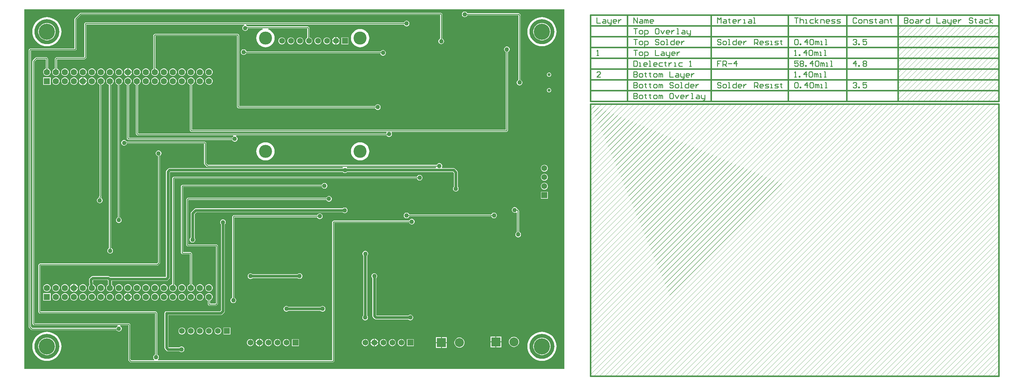
<source format=gbl>
G04*
G04 #@! TF.GenerationSoftware,Altium Limited,Altium Designer,24.8.2 (39)*
G04*
G04 Layer_Physical_Order=2*
G04 Layer_Color=16711680*
%FSLAX25Y25*%
%MOIN*%
G70*
G04*
G04 #@! TF.SameCoordinates,C582F910-DA6D-42DB-9682-78AA1CE96BD3*
G04*
G04*
G04 #@! TF.FilePolarity,Positive*
G04*
G01*
G75*
%ADD14C,0.01000*%
%ADD59C,0.03000*%
%ADD60C,0.03543*%
%ADD61R,0.06500X0.06500*%
%ADD62C,0.06500*%
%ADD63R,0.07000X0.07000*%
%ADD64C,0.07000*%
%ADD65R,0.10000X0.10000*%
%ADD66C,0.10000*%
%ADD67R,0.06500X0.06500*%
%ADD68C,0.14500*%
%ADD69C,0.05000*%
%ADD70C,0.18000*%
%ADD71C,0.00100*%
%ADD72C,0.01500*%
G36*
X600000Y0D02*
X0D01*
Y400000D01*
X600000D01*
Y0D01*
D02*
G37*
%LPC*%
G36*
X462514Y396007D02*
X462514Y396007D01*
X62486D01*
X62486Y396007D01*
X62057Y395922D01*
X61693Y395679D01*
X61693Y395679D01*
X56007Y389993D01*
X55764Y389629D01*
X55678Y389200D01*
X55678Y389200D01*
Y356336D01*
X6586D01*
X6157Y356250D01*
X5793Y356007D01*
X5793Y356007D01*
X5207Y355421D01*
X4964Y355058D01*
X4878Y354628D01*
X4879Y354628D01*
Y46700D01*
X4878Y46700D01*
X4964Y46271D01*
X5207Y45907D01*
X7607Y43507D01*
X7607Y43507D01*
X7971Y43264D01*
X8400Y43178D01*
X102299D01*
X102519Y42797D01*
X103097Y42219D01*
X103803Y41811D01*
X104592Y41600D01*
X105408D01*
X106197Y41811D01*
X106903Y42219D01*
X107481Y42797D01*
X107889Y43503D01*
X108100Y44292D01*
Y45108D01*
X107889Y45897D01*
X107481Y46603D01*
X106903Y47181D01*
X106388Y47478D01*
X106499Y48339D01*
X106555Y48478D01*
X115478D01*
Y10000D01*
X115478Y10000D01*
X115564Y9571D01*
X115807Y9207D01*
X117493Y7521D01*
X117493Y7521D01*
X117857Y7278D01*
X118286Y7193D01*
X118286Y7193D01*
X342514D01*
X342514Y7193D01*
X342943Y7278D01*
X343307Y7521D01*
X343893Y8107D01*
X343893Y8107D01*
X344136Y8471D01*
X344221Y8900D01*
Y162578D01*
X427491D01*
X427511Y162503D01*
X427919Y161797D01*
X428497Y161219D01*
X429203Y160811D01*
X429992Y160600D01*
X430808D01*
X431597Y160811D01*
X432303Y161219D01*
X432881Y161797D01*
X433289Y162503D01*
X433500Y163292D01*
Y164108D01*
X433289Y164897D01*
X432881Y165603D01*
X432303Y166181D01*
X431597Y166589D01*
X430808Y166800D01*
X429992D01*
X429203Y166589D01*
X428497Y166181D01*
X427919Y165603D01*
X427511Y164897D01*
X427491Y164822D01*
X343686D01*
X343257Y164736D01*
X342893Y164493D01*
X342893Y164493D01*
X342307Y163907D01*
X342064Y163543D01*
X341978Y163114D01*
X341979Y163114D01*
Y9436D01*
X148500D01*
X148222Y10359D01*
X148220Y10436D01*
X148781Y10997D01*
X149189Y11703D01*
X149400Y12492D01*
Y13308D01*
X149189Y14097D01*
X148781Y14803D01*
X148203Y15381D01*
X147497Y15789D01*
X147422Y15809D01*
Y62114D01*
X147336Y62543D01*
X147093Y62907D01*
X147093Y62907D01*
X146507Y63493D01*
X146143Y63736D01*
X145714Y63822D01*
X145714Y63822D01*
X17921D01*
Y114878D01*
X147720D01*
X147720Y114878D01*
X148149Y114964D01*
X148513Y115207D01*
X150393Y117087D01*
X150393Y117087D01*
X150636Y117451D01*
X150722Y117880D01*
X150722Y117880D01*
Y237114D01*
X150903Y237219D01*
X151481Y237797D01*
X151889Y238503D01*
X152100Y239292D01*
Y240108D01*
X151889Y240897D01*
X151481Y241603D01*
X150903Y242181D01*
X150197Y242589D01*
X149408Y242800D01*
X148592D01*
X147803Y242589D01*
X147097Y242181D01*
X146519Y241603D01*
X146111Y240897D01*
X145900Y240108D01*
Y239292D01*
X146111Y238503D01*
X146519Y237797D01*
X147097Y237219D01*
X147803Y236811D01*
X148478Y236630D01*
Y118345D01*
X147255Y117122D01*
X17386D01*
X16957Y117036D01*
X16593Y116793D01*
X16593Y116793D01*
X16007Y116207D01*
X15764Y115843D01*
X15678Y115414D01*
X15678Y115414D01*
Y63286D01*
X15678Y63286D01*
X15764Y62857D01*
X16007Y62493D01*
X16593Y61907D01*
X16593Y61907D01*
X16957Y61664D01*
X17386Y61578D01*
X145178D01*
Y15809D01*
X145103Y15789D01*
X144397Y15381D01*
X143819Y14803D01*
X143411Y14097D01*
X143200Y13308D01*
Y12492D01*
X143411Y11703D01*
X143819Y10997D01*
X144380Y10436D01*
X144378Y10359D01*
X144100Y9436D01*
X118750D01*
X117722Y10465D01*
Y49014D01*
X117636Y49443D01*
X117393Y49807D01*
X117393Y49807D01*
X116807Y50393D01*
X116443Y50636D01*
X116014Y50722D01*
X116014Y50722D01*
X11322D01*
Y341835D01*
X13865Y344378D01*
X23878D01*
Y333944D01*
X23417Y333821D01*
X22482Y333281D01*
X21719Y332518D01*
X21179Y331582D01*
X20900Y330540D01*
Y329460D01*
X21179Y328417D01*
X21719Y327483D01*
X22482Y326719D01*
X23417Y326179D01*
X24460Y325900D01*
X25540D01*
X26583Y326179D01*
X27518Y326719D01*
X28281Y327483D01*
X28821Y328417D01*
X29100Y329460D01*
Y330540D01*
X28821Y331582D01*
X28281Y332518D01*
X27518Y333281D01*
X26583Y333821D01*
X26122Y333944D01*
Y344914D01*
X26036Y345343D01*
X25793Y345707D01*
X25793Y345707D01*
X25207Y346293D01*
X24843Y346536D01*
X24414Y346622D01*
X24414Y346621D01*
X13400D01*
X12971Y346536D01*
X12607Y346293D01*
X12607Y346293D01*
X9407Y343093D01*
X9164Y342729D01*
X9078Y342300D01*
X9078Y342300D01*
Y50186D01*
X9078Y50186D01*
X9164Y49757D01*
X9407Y49393D01*
X9993Y48807D01*
X9993Y48807D01*
X10357Y48564D01*
X10786Y48478D01*
X103445D01*
X103501Y48339D01*
X103612Y47478D01*
X103097Y47181D01*
X102519Y46603D01*
X102111Y45897D01*
X101984Y45422D01*
X8865D01*
X7122Y47165D01*
Y354093D01*
X56214D01*
X56214Y354093D01*
X56643Y354178D01*
X57007Y354421D01*
X57593Y355007D01*
X57593Y355007D01*
X57836Y355371D01*
X57922Y355800D01*
Y388735D01*
X62950Y393764D01*
X461978D01*
Y367209D01*
X461903Y367189D01*
X461197Y366781D01*
X460619Y366203D01*
X460211Y365497D01*
X460000Y364708D01*
Y363892D01*
X460211Y363103D01*
X460619Y362397D01*
X461197Y361819D01*
X461903Y361411D01*
X462692Y361200D01*
X463508D01*
X464297Y361411D01*
X465003Y361819D01*
X465581Y362397D01*
X465989Y363103D01*
X466200Y363892D01*
Y364708D01*
X465989Y365497D01*
X465581Y366203D01*
X465003Y366781D01*
X464297Y367189D01*
X464222Y367209D01*
Y394300D01*
X464136Y394729D01*
X463893Y395093D01*
X463893Y395093D01*
X463307Y395679D01*
X462943Y395922D01*
X462514Y396007D01*
D02*
G37*
G36*
X425022Y387200D02*
X424206D01*
X423418Y386989D01*
X422711Y386581D01*
X422134Y386003D01*
X421726Y385297D01*
X421705Y385222D01*
X68469D01*
X68469Y385222D01*
Y385241D01*
X67650Y385078D01*
X66959Y384617D01*
X66971Y384605D01*
X66971Y384602D01*
X66728Y384238D01*
X66642Y383809D01*
Y347128D01*
X66135Y346621D01*
X35586D01*
X35157Y346536D01*
X34793Y346293D01*
X34793Y346293D01*
X34207Y345707D01*
X33964Y345343D01*
X33878Y344914D01*
X33878Y344914D01*
Y333944D01*
X33417Y333821D01*
X32482Y333281D01*
X31719Y332518D01*
X31179Y331582D01*
X30900Y330540D01*
Y329460D01*
X31179Y328417D01*
X31719Y327483D01*
X32482Y326719D01*
X33417Y326179D01*
X34460Y325900D01*
X35540D01*
X36582Y326179D01*
X37517Y326719D01*
X38281Y327483D01*
X38821Y328417D01*
X39100Y329460D01*
Y330540D01*
X38821Y331582D01*
X38281Y332518D01*
X37517Y333281D01*
X36582Y333821D01*
X36122Y333944D01*
Y344378D01*
X66600D01*
X66600Y344378D01*
X67029Y344464D01*
X67393Y344707D01*
X68557Y345871D01*
X68800Y346235D01*
X68885Y346664D01*
X68885Y346664D01*
Y382979D01*
X244307D01*
X244438Y381979D01*
X244103Y381889D01*
X243397Y381481D01*
X242819Y380903D01*
X242411Y380197D01*
X242200Y379408D01*
Y378592D01*
X242411Y377803D01*
X242819Y377097D01*
X243397Y376519D01*
X244103Y376111D01*
X244892Y375900D01*
X245708D01*
X246497Y376111D01*
X247203Y376519D01*
X247781Y377097D01*
X248189Y377803D01*
X248375Y378497D01*
X264629D01*
X264777Y377497D01*
X263998Y377261D01*
X262244Y376323D01*
X260706Y375061D01*
X259443Y373523D01*
X258506Y371768D01*
X257928Y369864D01*
X257733Y367884D01*
X257928Y365904D01*
X258506Y364001D01*
X259443Y362246D01*
X260706Y360708D01*
X262244Y359446D01*
X263998Y358508D01*
X265902Y357930D01*
X267882Y357735D01*
X269862Y357930D01*
X271766Y358508D01*
X273520Y359446D01*
X275058Y360708D01*
X276320Y362246D01*
X277258Y364001D01*
X277836Y365904D01*
X278031Y367884D01*
X277836Y369864D01*
X277258Y371768D01*
X276320Y373523D01*
X275058Y375061D01*
X273520Y376323D01*
X271766Y377261D01*
X270987Y377497D01*
X271135Y378497D01*
X314378D01*
Y368246D01*
X313718Y367865D01*
X313001Y367148D01*
X312494Y366270D01*
X312232Y365291D01*
Y364277D01*
X312494Y363298D01*
X313001Y362420D01*
X313718Y361703D01*
X314596Y361196D01*
X315575Y360934D01*
X316588D01*
X317568Y361196D01*
X318445Y361703D01*
X319162Y362420D01*
X319669Y363298D01*
X319932Y364277D01*
Y365291D01*
X319669Y366270D01*
X319162Y367148D01*
X318445Y367865D01*
X317568Y368372D01*
X316621Y368625D01*
Y379000D01*
X316536Y379429D01*
X316293Y379793D01*
X316293Y379793D01*
X315675Y380412D01*
X315311Y380655D01*
X314882Y380740D01*
X314881Y380740D01*
X247875D01*
X247781Y380903D01*
X247203Y381481D01*
X246497Y381889D01*
X246162Y381979D01*
X246293Y382979D01*
X421705D01*
X421726Y382903D01*
X422134Y382197D01*
X422711Y381619D01*
X423418Y381211D01*
X424206Y381000D01*
X425022D01*
X425811Y381211D01*
X426518Y381619D01*
X427095Y382197D01*
X427503Y382903D01*
X427714Y383692D01*
Y384508D01*
X427503Y385297D01*
X427095Y386003D01*
X426518Y386581D01*
X425811Y386989D01*
X425022Y387200D01*
D02*
G37*
G36*
X346641Y369034D02*
X346582D01*
Y365284D01*
X350332D01*
Y365343D01*
X350042Y366424D01*
X349482Y367393D01*
X348691Y368185D01*
X347722Y368744D01*
X346641Y369034D01*
D02*
G37*
G36*
X345582D02*
X345522D01*
X344441Y368744D01*
X343472Y368185D01*
X342681Y367393D01*
X342121Y366424D01*
X341832Y365343D01*
Y365284D01*
X345582D01*
Y369034D01*
D02*
G37*
G36*
X359932Y368634D02*
X352232D01*
Y360934D01*
X359932D01*
Y368634D01*
D02*
G37*
G36*
X336588D02*
X335575D01*
X334595Y368372D01*
X333718Y367865D01*
X333001Y367148D01*
X332494Y366270D01*
X332232Y365291D01*
Y364277D01*
X332494Y363298D01*
X333001Y362420D01*
X333718Y361703D01*
X334595Y361196D01*
X335575Y360934D01*
X336588D01*
X337568Y361196D01*
X338445Y361703D01*
X339162Y362420D01*
X339669Y363298D01*
X339932Y364277D01*
Y365291D01*
X339669Y366270D01*
X339162Y367148D01*
X338445Y367865D01*
X337568Y368372D01*
X336588Y368634D01*
D02*
G37*
G36*
X326588D02*
X325575D01*
X324595Y368372D01*
X323718Y367865D01*
X323001Y367148D01*
X322494Y366270D01*
X322232Y365291D01*
Y364277D01*
X322494Y363298D01*
X323001Y362420D01*
X323718Y361703D01*
X324595Y361196D01*
X325575Y360934D01*
X326588D01*
X327568Y361196D01*
X328446Y361703D01*
X329162Y362420D01*
X329669Y363298D01*
X329932Y364277D01*
Y365291D01*
X329669Y366270D01*
X329162Y367148D01*
X328446Y367865D01*
X327568Y368372D01*
X326588Y368634D01*
D02*
G37*
G36*
X306588D02*
X305575D01*
X304595Y368372D01*
X303718Y367865D01*
X303001Y367148D01*
X302494Y366270D01*
X302232Y365291D01*
Y364277D01*
X302494Y363298D01*
X303001Y362420D01*
X303718Y361703D01*
X304595Y361196D01*
X305575Y360934D01*
X306588D01*
X307568Y361196D01*
X308446Y361703D01*
X309162Y362420D01*
X309669Y363298D01*
X309932Y364277D01*
Y365291D01*
X309669Y366270D01*
X309162Y367148D01*
X308446Y367865D01*
X307568Y368372D01*
X306588Y368634D01*
D02*
G37*
G36*
X296588D02*
X295575D01*
X294596Y368372D01*
X293718Y367865D01*
X293001Y367148D01*
X292494Y366270D01*
X292232Y365291D01*
Y364277D01*
X292494Y363298D01*
X293001Y362420D01*
X293718Y361703D01*
X294596Y361196D01*
X295575Y360934D01*
X296588D01*
X297568Y361196D01*
X298446Y361703D01*
X299162Y362420D01*
X299669Y363298D01*
X299932Y364277D01*
Y365291D01*
X299669Y366270D01*
X299162Y367148D01*
X298446Y367865D01*
X297568Y368372D01*
X296588Y368634D01*
D02*
G37*
G36*
X286588D02*
X285575D01*
X284595Y368372D01*
X283718Y367865D01*
X283001Y367148D01*
X282494Y366270D01*
X282232Y365291D01*
Y364277D01*
X282494Y363298D01*
X283001Y362420D01*
X283718Y361703D01*
X284595Y361196D01*
X285575Y360934D01*
X286588D01*
X287568Y361196D01*
X288445Y361703D01*
X289162Y362420D01*
X289669Y363298D01*
X289932Y364277D01*
Y365291D01*
X289669Y366270D01*
X289162Y367148D01*
X288445Y367865D01*
X287568Y368372D01*
X286588Y368634D01*
D02*
G37*
G36*
X350332Y364284D02*
X346582D01*
Y360534D01*
X346641D01*
X347722Y360824D01*
X348691Y361383D01*
X349482Y362174D01*
X350042Y363143D01*
X350332Y364224D01*
Y364284D01*
D02*
G37*
G36*
X345582D02*
X341832D01*
Y364224D01*
X342121Y363143D01*
X342681Y362174D01*
X343472Y361383D01*
X344441Y360824D01*
X345522Y360534D01*
X345582D01*
Y364284D01*
D02*
G37*
G36*
X575000Y391150D02*
X572474Y390951D01*
X570009Y390359D01*
X567668Y389390D01*
X565507Y388066D01*
X563580Y386420D01*
X561935Y384493D01*
X560610Y382332D01*
X559641Y379991D01*
X559049Y377526D01*
X558850Y375000D01*
X559049Y372474D01*
X559641Y370009D01*
X560610Y367668D01*
X561935Y365507D01*
X563580Y363580D01*
X565507Y361934D01*
X567668Y360610D01*
X570009Y359641D01*
X572474Y359049D01*
X575000Y358850D01*
X577526Y359049D01*
X579991Y359641D01*
X582332Y360610D01*
X584493Y361934D01*
X586420Y363580D01*
X588065Y365507D01*
X589390Y367668D01*
X590359Y370009D01*
X590951Y372474D01*
X591150Y375000D01*
X590951Y377526D01*
X590359Y379991D01*
X589390Y382332D01*
X588065Y384493D01*
X586420Y386420D01*
X584493Y388066D01*
X582332Y389390D01*
X579991Y390359D01*
X577526Y390951D01*
X575000Y391150D01*
D02*
G37*
G36*
X25000D02*
X22474Y390951D01*
X20009Y390359D01*
X17668Y389390D01*
X15507Y388066D01*
X13580Y386420D01*
X11935Y384493D01*
X10610Y382332D01*
X9641Y379991D01*
X9049Y377526D01*
X8850Y375000D01*
X9049Y372474D01*
X9641Y370009D01*
X10610Y367668D01*
X11935Y365507D01*
X13580Y363580D01*
X15507Y361934D01*
X17668Y360610D01*
X20009Y359641D01*
X22474Y359049D01*
X25000Y358850D01*
X27526Y359049D01*
X29991Y359641D01*
X32332Y360610D01*
X34493Y361934D01*
X36420Y363580D01*
X38065Y365507D01*
X39390Y367668D01*
X40359Y370009D01*
X40951Y372474D01*
X41150Y375000D01*
X40951Y377526D01*
X40359Y379991D01*
X39390Y382332D01*
X38065Y384493D01*
X36420Y386420D01*
X34493Y388066D01*
X32332Y389390D01*
X29991Y390359D01*
X27526Y390951D01*
X25000Y391150D01*
D02*
G37*
G36*
X373000Y378033D02*
X371020Y377838D01*
X369116Y377261D01*
X367362Y376323D01*
X365824Y375061D01*
X364562Y373523D01*
X363624Y371768D01*
X363046Y369864D01*
X362851Y367884D01*
X363046Y365904D01*
X363624Y364001D01*
X364562Y362246D01*
X365824Y360708D01*
X367362Y359446D01*
X369116Y358508D01*
X371020Y357930D01*
X373000Y357735D01*
X374980Y357930D01*
X376884Y358508D01*
X378638Y359446D01*
X380176Y360708D01*
X381438Y362246D01*
X382376Y364001D01*
X382954Y365904D01*
X383149Y367884D01*
X382954Y369864D01*
X382376Y371768D01*
X381438Y373523D01*
X380176Y375061D01*
X378638Y376323D01*
X376884Y377261D01*
X374980Y377838D01*
X373000Y378033D01*
D02*
G37*
G36*
X244008Y355400D02*
X243192D01*
X242403Y355189D01*
X241697Y354781D01*
X241119Y354203D01*
X240711Y353497D01*
X240500Y352708D01*
Y351892D01*
X240711Y351103D01*
X241119Y350397D01*
X241697Y349819D01*
X242403Y349411D01*
X243192Y349200D01*
X244008D01*
X244797Y349411D01*
X245503Y349819D01*
X246081Y350397D01*
X246301Y350779D01*
X395484D01*
X395611Y350303D01*
X396019Y349597D01*
X396597Y349019D01*
X397303Y348611D01*
X398092Y348400D01*
X398908D01*
X399697Y348611D01*
X400403Y349019D01*
X400981Y349597D01*
X401389Y350303D01*
X401600Y351092D01*
Y351908D01*
X401389Y352697D01*
X400981Y353403D01*
X400403Y353981D01*
X399697Y354389D01*
X398908Y354600D01*
X398092D01*
X397303Y354389D01*
X396597Y353981D01*
X396019Y353403D01*
X395799Y353022D01*
X246616D01*
X246489Y353497D01*
X246081Y354203D01*
X245503Y354781D01*
X244797Y355189D01*
X244008Y355400D01*
D02*
G37*
G36*
X115592Y334500D02*
X115500D01*
Y330500D01*
X119500D01*
Y330592D01*
X119193Y331737D01*
X118601Y332763D01*
X117763Y333601D01*
X116737Y334193D01*
X115592Y334500D01*
D02*
G37*
G36*
X114500D02*
X114408D01*
X113263Y334193D01*
X112237Y333601D01*
X111399Y332763D01*
X110807Y331737D01*
X110500Y330592D01*
Y330500D01*
X114500D01*
Y334500D01*
D02*
G37*
G36*
X205540Y334100D02*
X204460D01*
X203417Y333821D01*
X202483Y333281D01*
X201719Y332518D01*
X201179Y331582D01*
X200900Y330540D01*
Y329460D01*
X201179Y328417D01*
X201719Y327483D01*
X202483Y326719D01*
X203417Y326179D01*
X204460Y325900D01*
X205540D01*
X206582Y326179D01*
X207518Y326719D01*
X208281Y327483D01*
X208821Y328417D01*
X209100Y329460D01*
Y330540D01*
X208821Y331582D01*
X208281Y332518D01*
X207518Y333281D01*
X206582Y333821D01*
X205540Y334100D01*
D02*
G37*
G36*
X195540D02*
X194460D01*
X193418Y333821D01*
X192482Y333281D01*
X191719Y332518D01*
X191179Y331582D01*
X190900Y330540D01*
Y329460D01*
X191179Y328417D01*
X191719Y327483D01*
X192482Y326719D01*
X193418Y326179D01*
X194460Y325900D01*
X195540D01*
X196582Y326179D01*
X197518Y326719D01*
X198281Y327483D01*
X198821Y328417D01*
X199100Y329460D01*
Y330540D01*
X198821Y331582D01*
X198281Y332518D01*
X197518Y333281D01*
X196582Y333821D01*
X195540Y334100D01*
D02*
G37*
G36*
X185540D02*
X184460D01*
X183417Y333821D01*
X182483Y333281D01*
X181719Y332518D01*
X181179Y331582D01*
X180900Y330540D01*
Y329460D01*
X181179Y328417D01*
X181719Y327483D01*
X182483Y326719D01*
X183417Y326179D01*
X184460Y325900D01*
X185540D01*
X186583Y326179D01*
X187517Y326719D01*
X188281Y327483D01*
X188821Y328417D01*
X189100Y329460D01*
Y330540D01*
X188821Y331582D01*
X188281Y332518D01*
X187517Y333281D01*
X186583Y333821D01*
X185540Y334100D01*
D02*
G37*
G36*
X175540D02*
X174460D01*
X173417Y333821D01*
X172483Y333281D01*
X171719Y332518D01*
X171179Y331582D01*
X170900Y330540D01*
Y329460D01*
X171179Y328417D01*
X171719Y327483D01*
X172483Y326719D01*
X173417Y326179D01*
X174460Y325900D01*
X175540D01*
X176583Y326179D01*
X177517Y326719D01*
X178281Y327483D01*
X178821Y328417D01*
X179100Y329460D01*
Y330540D01*
X178821Y331582D01*
X178281Y332518D01*
X177517Y333281D01*
X176583Y333821D01*
X175540Y334100D01*
D02*
G37*
G36*
X165540D02*
X164460D01*
X163417Y333821D01*
X162483Y333281D01*
X161719Y332518D01*
X161179Y331582D01*
X160900Y330540D01*
Y329460D01*
X161179Y328417D01*
X161719Y327483D01*
X162483Y326719D01*
X163417Y326179D01*
X164460Y325900D01*
X165540D01*
X166583Y326179D01*
X167517Y326719D01*
X168281Y327483D01*
X168821Y328417D01*
X169100Y329460D01*
Y330540D01*
X168821Y331582D01*
X168281Y332518D01*
X167517Y333281D01*
X166583Y333821D01*
X165540Y334100D01*
D02*
G37*
G36*
X155540D02*
X154460D01*
X153418Y333821D01*
X152482Y333281D01*
X151719Y332518D01*
X151179Y331582D01*
X150900Y330540D01*
Y329460D01*
X151179Y328417D01*
X151719Y327483D01*
X152482Y326719D01*
X153418Y326179D01*
X154460Y325900D01*
X155540D01*
X156582Y326179D01*
X157518Y326719D01*
X158281Y327483D01*
X158821Y328417D01*
X159100Y329460D01*
Y330540D01*
X158821Y331582D01*
X158281Y332518D01*
X157518Y333281D01*
X156582Y333821D01*
X155540Y334100D01*
D02*
G37*
G36*
X135540D02*
X134460D01*
X133417Y333821D01*
X132483Y333281D01*
X131719Y332518D01*
X131179Y331582D01*
X130900Y330540D01*
Y329460D01*
X131179Y328417D01*
X131719Y327483D01*
X132483Y326719D01*
X133417Y326179D01*
X134460Y325900D01*
X135540D01*
X136583Y326179D01*
X137517Y326719D01*
X138281Y327483D01*
X138821Y328417D01*
X139100Y329460D01*
Y330540D01*
X138821Y331582D01*
X138281Y332518D01*
X137517Y333281D01*
X136583Y333821D01*
X135540Y334100D01*
D02*
G37*
G36*
X125540D02*
X124460D01*
X123417Y333821D01*
X122483Y333281D01*
X121719Y332518D01*
X121179Y331582D01*
X120900Y330540D01*
Y329460D01*
X121179Y328417D01*
X121719Y327483D01*
X122483Y326719D01*
X123417Y326179D01*
X124460Y325900D01*
X125540D01*
X126583Y326179D01*
X127517Y326719D01*
X128281Y327483D01*
X128821Y328417D01*
X129100Y329460D01*
Y330540D01*
X128821Y331582D01*
X128281Y332518D01*
X127517Y333281D01*
X126583Y333821D01*
X125540Y334100D01*
D02*
G37*
G36*
X105540D02*
X104460D01*
X103418Y333821D01*
X102482Y333281D01*
X101719Y332518D01*
X101179Y331582D01*
X100900Y330540D01*
Y329460D01*
X101179Y328417D01*
X101719Y327483D01*
X102482Y326719D01*
X103418Y326179D01*
X104460Y325900D01*
X105540D01*
X106582Y326179D01*
X107518Y326719D01*
X108281Y327483D01*
X108821Y328417D01*
X109100Y329460D01*
Y330540D01*
X108821Y331582D01*
X108281Y332518D01*
X107518Y333281D01*
X106582Y333821D01*
X105540Y334100D01*
D02*
G37*
G36*
X95540D02*
X94460D01*
X93418Y333821D01*
X92483Y333281D01*
X91719Y332518D01*
X91179Y331582D01*
X90900Y330540D01*
Y329460D01*
X91179Y328417D01*
X91719Y327483D01*
X92483Y326719D01*
X93418Y326179D01*
X94460Y325900D01*
X95540D01*
X96583Y326179D01*
X97518Y326719D01*
X98281Y327483D01*
X98821Y328417D01*
X99100Y329460D01*
Y330540D01*
X98821Y331582D01*
X98281Y332518D01*
X97518Y333281D01*
X96583Y333821D01*
X95540Y334100D01*
D02*
G37*
G36*
X85540D02*
X84460D01*
X83417Y333821D01*
X82482Y333281D01*
X81719Y332518D01*
X81179Y331582D01*
X80900Y330540D01*
Y329460D01*
X81179Y328417D01*
X81719Y327483D01*
X82482Y326719D01*
X83417Y326179D01*
X84460Y325900D01*
X85540D01*
X86582Y326179D01*
X87517Y326719D01*
X88281Y327483D01*
X88821Y328417D01*
X89100Y329460D01*
Y330540D01*
X88821Y331582D01*
X88281Y332518D01*
X87517Y333281D01*
X86582Y333821D01*
X85540Y334100D01*
D02*
G37*
G36*
X75540D02*
X74460D01*
X73418Y333821D01*
X72483Y333281D01*
X71719Y332518D01*
X71179Y331582D01*
X70900Y330540D01*
Y329460D01*
X71179Y328417D01*
X71719Y327483D01*
X72483Y326719D01*
X73418Y326179D01*
X74460Y325900D01*
X75540D01*
X76582Y326179D01*
X77517Y326719D01*
X78281Y327483D01*
X78821Y328417D01*
X79100Y329460D01*
Y330540D01*
X78821Y331582D01*
X78281Y332518D01*
X77517Y333281D01*
X76582Y333821D01*
X75540Y334100D01*
D02*
G37*
G36*
X65540D02*
X64460D01*
X63418Y333821D01*
X62483Y333281D01*
X61719Y332518D01*
X61179Y331582D01*
X60900Y330540D01*
Y329460D01*
X61179Y328417D01*
X61719Y327483D01*
X62483Y326719D01*
X63418Y326179D01*
X64460Y325900D01*
X65540D01*
X66583Y326179D01*
X67518Y326719D01*
X68281Y327483D01*
X68821Y328417D01*
X69100Y329460D01*
Y330540D01*
X68821Y331582D01*
X68281Y332518D01*
X67518Y333281D01*
X66583Y333821D01*
X65540Y334100D01*
D02*
G37*
G36*
X55540D02*
X54460D01*
X53417Y333821D01*
X52482Y333281D01*
X51719Y332518D01*
X51179Y331582D01*
X50900Y330540D01*
Y329460D01*
X51179Y328417D01*
X51719Y327483D01*
X52482Y326719D01*
X53417Y326179D01*
X54460Y325900D01*
X55540D01*
X56582Y326179D01*
X57517Y326719D01*
X58281Y327483D01*
X58821Y328417D01*
X59100Y329460D01*
Y330540D01*
X58821Y331582D01*
X58281Y332518D01*
X57517Y333281D01*
X56582Y333821D01*
X55540Y334100D01*
D02*
G37*
G36*
X45540D02*
X44460D01*
X43418Y333821D01*
X42483Y333281D01*
X41719Y332518D01*
X41179Y331582D01*
X40900Y330540D01*
Y329460D01*
X41179Y328417D01*
X41719Y327483D01*
X42483Y326719D01*
X43418Y326179D01*
X44460Y325900D01*
X45540D01*
X46582Y326179D01*
X47517Y326719D01*
X48281Y327483D01*
X48821Y328417D01*
X49100Y329460D01*
Y330540D01*
X48821Y331582D01*
X48281Y332518D01*
X47517Y333281D01*
X46582Y333821D01*
X45540Y334100D01*
D02*
G37*
G36*
X119500Y329500D02*
X115500D01*
Y325500D01*
X115592D01*
X116737Y325807D01*
X117763Y326399D01*
X118601Y327237D01*
X119193Y328263D01*
X119500Y329408D01*
Y329500D01*
D02*
G37*
G36*
X114500D02*
X110500D01*
Y329408D01*
X110807Y328263D01*
X111399Y327237D01*
X112237Y326399D01*
X113263Y325807D01*
X114408Y325500D01*
X114500D01*
Y329500D01*
D02*
G37*
G36*
X583472Y329495D02*
X582528D01*
X581657Y329133D01*
X580989Y328466D01*
X580628Y327594D01*
Y326651D01*
X580989Y325779D01*
X581657Y325112D01*
X582528Y324751D01*
X583472D01*
X584343Y325112D01*
X585011Y325779D01*
X585372Y326651D01*
Y327594D01*
X585011Y328466D01*
X584343Y329133D01*
X583472Y329495D01*
D02*
G37*
G36*
X65592Y324500D02*
X65500D01*
Y320500D01*
X69500D01*
Y320592D01*
X69193Y321737D01*
X68601Y322763D01*
X67763Y323601D01*
X66737Y324193D01*
X65592Y324500D01*
D02*
G37*
G36*
X64500D02*
X64408D01*
X63263Y324193D01*
X62237Y323601D01*
X61399Y322763D01*
X60807Y321737D01*
X60500Y320592D01*
Y320500D01*
X64500D01*
Y324500D01*
D02*
G37*
G36*
X205540Y324100D02*
X204460D01*
X203417Y323821D01*
X202483Y323281D01*
X201719Y322517D01*
X201179Y321583D01*
X200900Y320540D01*
Y319460D01*
X201179Y318418D01*
X201719Y317482D01*
X202483Y316719D01*
X203417Y316179D01*
X204460Y315900D01*
X205540D01*
X206582Y316179D01*
X207518Y316719D01*
X208281Y317482D01*
X208821Y318418D01*
X209100Y319460D01*
Y320540D01*
X208821Y321583D01*
X208281Y322517D01*
X207518Y323281D01*
X206582Y323821D01*
X205540Y324100D01*
D02*
G37*
G36*
X195540D02*
X194460D01*
X193418Y323821D01*
X192482Y323281D01*
X191719Y322517D01*
X191179Y321583D01*
X190900Y320540D01*
Y319460D01*
X191179Y318418D01*
X191719Y317482D01*
X192482Y316719D01*
X193418Y316179D01*
X194460Y315900D01*
X195540D01*
X196582Y316179D01*
X197518Y316719D01*
X198281Y317482D01*
X198821Y318418D01*
X199100Y319460D01*
Y320540D01*
X198821Y321583D01*
X198281Y322517D01*
X197518Y323281D01*
X196582Y323821D01*
X195540Y324100D01*
D02*
G37*
G36*
X175540D02*
X174460D01*
X173417Y323821D01*
X172483Y323281D01*
X171719Y322517D01*
X171179Y321583D01*
X170900Y320540D01*
Y319460D01*
X171179Y318418D01*
X171719Y317482D01*
X172483Y316719D01*
X173417Y316179D01*
X174460Y315900D01*
X175540D01*
X176583Y316179D01*
X177517Y316719D01*
X178281Y317482D01*
X178821Y318418D01*
X179100Y319460D01*
Y320540D01*
X178821Y321583D01*
X178281Y322517D01*
X177517Y323281D01*
X176583Y323821D01*
X175540Y324100D01*
D02*
G37*
G36*
X165540D02*
X164460D01*
X163417Y323821D01*
X162483Y323281D01*
X161719Y322517D01*
X161179Y321583D01*
X160900Y320540D01*
Y319460D01*
X161179Y318418D01*
X161719Y317482D01*
X162483Y316719D01*
X163417Y316179D01*
X164460Y315900D01*
X165540D01*
X166583Y316179D01*
X167517Y316719D01*
X168281Y317482D01*
X168821Y318418D01*
X169100Y319460D01*
Y320540D01*
X168821Y321583D01*
X168281Y322517D01*
X167517Y323281D01*
X166583Y323821D01*
X165540Y324100D01*
D02*
G37*
G36*
X155540D02*
X154460D01*
X153418Y323821D01*
X152482Y323281D01*
X151719Y322517D01*
X151179Y321583D01*
X150900Y320540D01*
Y319460D01*
X151179Y318418D01*
X151719Y317482D01*
X152482Y316719D01*
X153418Y316179D01*
X154460Y315900D01*
X155540D01*
X156582Y316179D01*
X157518Y316719D01*
X158281Y317482D01*
X158821Y318418D01*
X159100Y319460D01*
Y320540D01*
X158821Y321583D01*
X158281Y322517D01*
X157518Y323281D01*
X156582Y323821D01*
X155540Y324100D01*
D02*
G37*
G36*
X145540D02*
X144460D01*
X143418Y323821D01*
X142482Y323281D01*
X141719Y322517D01*
X141179Y321583D01*
X140900Y320540D01*
Y319460D01*
X141179Y318418D01*
X141719Y317482D01*
X142482Y316719D01*
X143418Y316179D01*
X144460Y315900D01*
X145540D01*
X146582Y316179D01*
X147518Y316719D01*
X148281Y317482D01*
X148821Y318418D01*
X149100Y319460D01*
Y320540D01*
X148821Y321583D01*
X148281Y322517D01*
X147518Y323281D01*
X146582Y323821D01*
X145540Y324100D01*
D02*
G37*
G36*
X135540D02*
X134460D01*
X133417Y323821D01*
X132483Y323281D01*
X131719Y322517D01*
X131179Y321583D01*
X130900Y320540D01*
Y319460D01*
X131179Y318418D01*
X131719Y317482D01*
X132483Y316719D01*
X133417Y316179D01*
X134460Y315900D01*
X135540D01*
X136583Y316179D01*
X137517Y316719D01*
X138281Y317482D01*
X138821Y318418D01*
X139100Y319460D01*
Y320540D01*
X138821Y321583D01*
X138281Y322517D01*
X137517Y323281D01*
X136583Y323821D01*
X135540Y324100D01*
D02*
G37*
G36*
X75540D02*
X74460D01*
X73418Y323821D01*
X72483Y323281D01*
X71719Y322517D01*
X71179Y321583D01*
X70900Y320540D01*
Y319460D01*
X71179Y318418D01*
X71719Y317482D01*
X72483Y316719D01*
X73418Y316179D01*
X74460Y315900D01*
X75540D01*
X76582Y316179D01*
X77517Y316719D01*
X78281Y317482D01*
X78821Y318418D01*
X79100Y319460D01*
Y320540D01*
X78821Y321583D01*
X78281Y322517D01*
X77517Y323281D01*
X76582Y323821D01*
X75540Y324100D01*
D02*
G37*
G36*
X55540D02*
X54460D01*
X53417Y323821D01*
X52482Y323281D01*
X51719Y322517D01*
X51179Y321583D01*
X50900Y320540D01*
Y319460D01*
X51179Y318418D01*
X51719Y317482D01*
X52482Y316719D01*
X53417Y316179D01*
X54460Y315900D01*
X55540D01*
X56582Y316179D01*
X57517Y316719D01*
X58281Y317482D01*
X58821Y318418D01*
X59100Y319460D01*
Y320540D01*
X58821Y321583D01*
X58281Y322517D01*
X57517Y323281D01*
X56582Y323821D01*
X55540Y324100D01*
D02*
G37*
G36*
X45540D02*
X44460D01*
X43418Y323821D01*
X42483Y323281D01*
X41719Y322517D01*
X41179Y321583D01*
X40900Y320540D01*
Y319460D01*
X41179Y318418D01*
X41719Y317482D01*
X42483Y316719D01*
X43418Y316179D01*
X44460Y315900D01*
X45540D01*
X46582Y316179D01*
X47517Y316719D01*
X48281Y317482D01*
X48821Y318418D01*
X49100Y319460D01*
Y320540D01*
X48821Y321583D01*
X48281Y322517D01*
X47517Y323281D01*
X46582Y323821D01*
X45540Y324100D01*
D02*
G37*
G36*
X35540D02*
X34460D01*
X33417Y323821D01*
X32482Y323281D01*
X31719Y322517D01*
X31179Y321583D01*
X30900Y320540D01*
Y319460D01*
X31179Y318418D01*
X31719Y317482D01*
X32482Y316719D01*
X33417Y316179D01*
X34460Y315900D01*
X35540D01*
X36582Y316179D01*
X37517Y316719D01*
X38281Y317482D01*
X38821Y318418D01*
X39100Y319460D01*
Y320540D01*
X38821Y321583D01*
X38281Y322517D01*
X37517Y323281D01*
X36582Y323821D01*
X35540Y324100D01*
D02*
G37*
G36*
X29100D02*
X20900D01*
Y315900D01*
X29100D01*
Y324100D01*
D02*
G37*
G36*
X69500Y319500D02*
X65500D01*
Y315500D01*
X65592D01*
X66737Y315807D01*
X67763Y316399D01*
X68601Y317237D01*
X69193Y318263D01*
X69500Y319408D01*
Y319500D01*
D02*
G37*
G36*
X64500D02*
X60500D01*
Y319408D01*
X60807Y318263D01*
X61399Y317237D01*
X62237Y316399D01*
X63263Y315807D01*
X64408Y315500D01*
X64500D01*
Y319500D01*
D02*
G37*
G36*
X489608Y397400D02*
X488792D01*
X488003Y397189D01*
X487297Y396781D01*
X486719Y396203D01*
X486311Y395497D01*
X486100Y394708D01*
Y393892D01*
X486311Y393103D01*
X486719Y392397D01*
X487297Y391819D01*
X488003Y391411D01*
X488792Y391200D01*
X489608D01*
X490397Y391411D01*
X491103Y391819D01*
X491681Y392397D01*
X492089Y393103D01*
X492109Y393179D01*
X548724D01*
X548967Y392935D01*
Y321370D01*
X548892Y321350D01*
X548185Y320942D01*
X547608Y320365D01*
X547199Y319658D01*
X546988Y318869D01*
Y318053D01*
X547199Y317265D01*
X547608Y316558D01*
X548185Y315981D01*
X548892Y315573D01*
X549680Y315361D01*
X550496D01*
X551285Y315573D01*
X551992Y315981D01*
X552569Y316558D01*
X552977Y317265D01*
X553188Y318053D01*
Y318869D01*
X552977Y319658D01*
X552569Y320365D01*
X551992Y320942D01*
X551285Y321350D01*
X551210Y321370D01*
Y393400D01*
X551124Y393829D01*
X550881Y394193D01*
X550881Y394193D01*
X549981Y395093D01*
X549617Y395336D01*
X549188Y395422D01*
X549188Y395422D01*
X492109D01*
X492089Y395497D01*
X491681Y396203D01*
X491103Y396781D01*
X490397Y397189D01*
X489608Y397400D01*
D02*
G37*
G36*
X583472Y312172D02*
X582528D01*
X581657Y311811D01*
X580989Y311143D01*
X580628Y310272D01*
Y309328D01*
X580989Y308457D01*
X581657Y307789D01*
X582528Y307428D01*
X583472D01*
X584343Y307789D01*
X585011Y308457D01*
X585372Y309328D01*
Y310272D01*
X585011Y311143D01*
X584343Y311811D01*
X583472Y312172D01*
D02*
G37*
G36*
X236714Y372722D02*
X236714Y372722D01*
X145300D01*
X144871Y372636D01*
X144507Y372393D01*
X144507Y372393D01*
X143607Y371493D01*
X143364Y371129D01*
X143278Y370700D01*
X143278Y370700D01*
Y333740D01*
X142482Y333281D01*
X141719Y332518D01*
X141179Y331582D01*
X140900Y330540D01*
Y329460D01*
X141179Y328417D01*
X141719Y327483D01*
X142482Y326719D01*
X143418Y326179D01*
X144460Y325900D01*
X145540D01*
X146582Y326179D01*
X147518Y326719D01*
X148281Y327483D01*
X148821Y328417D01*
X149100Y329460D01*
Y330540D01*
X148821Y331582D01*
X148281Y332518D01*
X147518Y333281D01*
X146582Y333821D01*
X145540Y334100D01*
X145522D01*
Y370235D01*
X145765Y370479D01*
X236178D01*
Y291686D01*
X236178Y291686D01*
X236264Y291257D01*
X236507Y290893D01*
X237093Y290307D01*
X237093Y290307D01*
X237457Y290064D01*
X237886Y289979D01*
X389691D01*
X389711Y289903D01*
X390119Y289197D01*
X390697Y288619D01*
X391403Y288211D01*
X392192Y288000D01*
X393008D01*
X393797Y288211D01*
X394503Y288619D01*
X395081Y289197D01*
X395489Y289903D01*
X395700Y290692D01*
Y291508D01*
X395489Y292297D01*
X395081Y293003D01*
X394503Y293581D01*
X393797Y293989D01*
X393008Y294200D01*
X392192D01*
X391403Y293989D01*
X390697Y293581D01*
X390119Y293003D01*
X389711Y292297D01*
X389691Y292221D01*
X238422D01*
Y371014D01*
X238336Y371443D01*
X238093Y371807D01*
X238093Y371807D01*
X237507Y372393D01*
X237143Y372636D01*
X236714Y372722D01*
D02*
G37*
G36*
X536408Y358448D02*
X535592D01*
X534803Y358237D01*
X534097Y357829D01*
X533519Y357252D01*
X533111Y356545D01*
X532900Y355756D01*
Y354940D01*
X533111Y354152D01*
X533519Y353445D01*
X534097Y352867D01*
X534803Y352459D01*
X534878Y352439D01*
Y265921D01*
X186122D01*
Y316056D01*
X186583Y316179D01*
X187517Y316719D01*
X188281Y317482D01*
X188821Y318418D01*
X189100Y319460D01*
Y320540D01*
X188821Y321583D01*
X188281Y322517D01*
X187517Y323281D01*
X186583Y323821D01*
X185540Y324100D01*
X184460D01*
X183417Y323821D01*
X182483Y323281D01*
X181719Y322517D01*
X181179Y321583D01*
X180900Y320540D01*
Y319460D01*
X181179Y318418D01*
X181719Y317482D01*
X182483Y316719D01*
X183417Y316179D01*
X183878Y316056D01*
Y265386D01*
X183878Y265386D01*
X183964Y264957D01*
X184207Y264593D01*
X184793Y264007D01*
X184793Y264007D01*
X185157Y263764D01*
X185586Y263679D01*
X401999D01*
X402142Y263545D01*
X402532Y262679D01*
X402311Y262297D01*
X402157Y261721D01*
X126565D01*
X126122Y262165D01*
Y316056D01*
X126583Y316179D01*
X127517Y316719D01*
X128281Y317482D01*
X128821Y318418D01*
X129100Y319460D01*
Y320540D01*
X128821Y321583D01*
X128281Y322517D01*
X127517Y323281D01*
X126583Y323821D01*
X125540Y324100D01*
X124460D01*
X123417Y323821D01*
X122483Y323281D01*
X121719Y322517D01*
X121179Y321583D01*
X120900Y320540D01*
Y319460D01*
X121179Y318418D01*
X121719Y317482D01*
X122483Y316719D01*
X123417Y316179D01*
X123878Y316056D01*
Y261700D01*
X123878Y261700D01*
X123964Y261271D01*
X124207Y260907D01*
X125307Y259807D01*
X125307Y259807D01*
X125671Y259564D01*
X126100Y259478D01*
X231871D01*
X232139Y258478D01*
X231797Y258281D01*
X231219Y257703D01*
X230811Y256997D01*
X230791Y256922D01*
X116150D01*
X116122Y256950D01*
Y316056D01*
X116583Y316179D01*
X117517Y316719D01*
X118281Y317482D01*
X118821Y318418D01*
X119100Y319460D01*
Y320540D01*
X118821Y321583D01*
X118281Y322517D01*
X117517Y323281D01*
X116583Y323821D01*
X115540Y324100D01*
X114460D01*
X113417Y323821D01*
X112483Y323281D01*
X111719Y322517D01*
X111179Y321583D01*
X110900Y320540D01*
Y319460D01*
X111179Y318418D01*
X111719Y317482D01*
X112483Y316719D01*
X113417Y316179D01*
X113878Y316056D01*
Y256486D01*
X113878Y256486D01*
X113964Y256057D01*
X114207Y255693D01*
X114893Y255007D01*
X114893Y255007D01*
X115257Y254764D01*
X115686Y254679D01*
X230791D01*
X230811Y254603D01*
X231219Y253897D01*
X231797Y253319D01*
X232503Y252911D01*
X233292Y252700D01*
X234108D01*
X234897Y252911D01*
X235603Y253319D01*
X236181Y253897D01*
X236589Y254603D01*
X236800Y255392D01*
Y256208D01*
X236589Y256997D01*
X236181Y257703D01*
X235603Y258281D01*
X235261Y258478D01*
X235529Y259478D01*
X402557D01*
X402719Y259197D01*
X403297Y258619D01*
X404003Y258211D01*
X404792Y258000D01*
X405608D01*
X406397Y258211D01*
X407103Y258619D01*
X407681Y259197D01*
X408089Y259903D01*
X408300Y260692D01*
Y261508D01*
X408089Y262297D01*
X407868Y262679D01*
X408258Y263545D01*
X408401Y263679D01*
X535414D01*
X535414Y263678D01*
X535843Y263764D01*
X536207Y264007D01*
X536793Y264593D01*
X536793Y264593D01*
X537036Y264957D01*
X537122Y265386D01*
Y352439D01*
X537197Y352459D01*
X537903Y352867D01*
X538481Y353445D01*
X538889Y354152D01*
X539100Y354940D01*
Y355756D01*
X538889Y356545D01*
X538481Y357252D01*
X537903Y357829D01*
X537197Y358237D01*
X536408Y358448D01*
D02*
G37*
G36*
X373000Y252049D02*
X371020Y251854D01*
X369116Y251276D01*
X367362Y250339D01*
X365824Y249076D01*
X364562Y247538D01*
X363624Y245784D01*
X363046Y243880D01*
X362851Y241900D01*
X363046Y239920D01*
X363624Y238016D01*
X364562Y236262D01*
X365824Y234724D01*
X367362Y233461D01*
X369116Y232524D01*
X371020Y231946D01*
X373000Y231751D01*
X374980Y231946D01*
X376884Y232524D01*
X378638Y233461D01*
X380176Y234724D01*
X381438Y236262D01*
X382376Y238016D01*
X382954Y239920D01*
X383149Y241900D01*
X382954Y243880D01*
X382376Y245784D01*
X381438Y247538D01*
X380176Y249076D01*
X378638Y250339D01*
X376884Y251276D01*
X374980Y251854D01*
X373000Y252049D01*
D02*
G37*
G36*
X267882D02*
X265902Y251854D01*
X263998Y251276D01*
X262244Y250339D01*
X260706Y249076D01*
X259443Y247538D01*
X258506Y245784D01*
X257928Y243880D01*
X257733Y241900D01*
X257928Y239920D01*
X258506Y238016D01*
X259443Y236262D01*
X260706Y234724D01*
X262244Y233461D01*
X263998Y232524D01*
X265902Y231946D01*
X267882Y231751D01*
X269862Y231946D01*
X271766Y232524D01*
X273520Y233461D01*
X275058Y234724D01*
X276320Y236262D01*
X277258Y238016D01*
X277836Y239920D01*
X278031Y241900D01*
X277836Y243880D01*
X277258Y245784D01*
X276320Y247538D01*
X275058Y249076D01*
X273520Y250339D01*
X271766Y251276D01*
X269862Y251854D01*
X267882Y252049D01*
D02*
G37*
G36*
X578207Y226955D02*
X577193D01*
X576214Y226692D01*
X575336Y226185D01*
X574619Y225469D01*
X574112Y224591D01*
X573850Y223612D01*
Y222598D01*
X574112Y221619D01*
X574619Y220741D01*
X575336Y220024D01*
X576214Y219517D01*
X577193Y219255D01*
X578207D01*
X579186Y219517D01*
X580064Y220024D01*
X580781Y220741D01*
X581288Y221619D01*
X581550Y222598D01*
Y223612D01*
X581288Y224591D01*
X580781Y225469D01*
X580064Y226185D01*
X579186Y226692D01*
X578207Y226955D01*
D02*
G37*
G36*
X439508Y215700D02*
X438692D01*
X437903Y215489D01*
X437197Y215081D01*
X436619Y214503D01*
X436211Y213797D01*
X436191Y213721D01*
X166086D01*
X165657Y213636D01*
X165293Y213393D01*
X165293Y213393D01*
X164707Y212807D01*
X164464Y212443D01*
X164378Y212014D01*
X164378Y212014D01*
Y94078D01*
X163417Y93821D01*
X162483Y93281D01*
X161719Y92518D01*
X161179Y91583D01*
X160900Y90540D01*
Y89460D01*
X161179Y88418D01*
X161719Y87483D01*
X162483Y86719D01*
X163417Y86179D01*
X164460Y85900D01*
X165540D01*
X166583Y86179D01*
X167517Y86719D01*
X168281Y87483D01*
X168821Y88418D01*
X169100Y89460D01*
Y90540D01*
X168821Y91583D01*
X168281Y92518D01*
X167517Y93281D01*
X166622Y93798D01*
Y211478D01*
X436191D01*
X436211Y211403D01*
X436619Y210697D01*
X437197Y210119D01*
X437903Y209711D01*
X438692Y209500D01*
X439508D01*
X440297Y209711D01*
X441003Y210119D01*
X441581Y210697D01*
X441989Y211403D01*
X442200Y212192D01*
Y213008D01*
X441989Y213797D01*
X441581Y214503D01*
X441003Y215081D01*
X440297Y215489D01*
X439508Y215700D01*
D02*
G37*
G36*
X578207Y216955D02*
X577193D01*
X576214Y216692D01*
X575336Y216185D01*
X574619Y215469D01*
X574112Y214591D01*
X573850Y213612D01*
Y212598D01*
X574112Y211619D01*
X574619Y210741D01*
X575336Y210024D01*
X576214Y209517D01*
X577193Y209255D01*
X578207D01*
X579186Y209517D01*
X580064Y210024D01*
X580781Y210741D01*
X581288Y211619D01*
X581550Y212598D01*
Y213612D01*
X581288Y214591D01*
X580781Y215469D01*
X580064Y216185D01*
X579186Y216692D01*
X578207Y216955D01*
D02*
G37*
G36*
X333808Y206700D02*
X332992D01*
X332203Y206489D01*
X331497Y206081D01*
X330919Y205503D01*
X330511Y204797D01*
X330491Y204722D01*
X175686D01*
X175257Y204636D01*
X174893Y204393D01*
X174893Y204393D01*
X174307Y203807D01*
X174064Y203443D01*
X173978Y203014D01*
X173978Y203014D01*
Y129286D01*
X173978Y129286D01*
X174064Y128857D01*
X174307Y128493D01*
X174893Y127907D01*
X174893Y127907D01*
X175257Y127664D01*
X175686Y127578D01*
X183878D01*
Y93944D01*
X183417Y93821D01*
X182483Y93281D01*
X181719Y92518D01*
X181179Y91583D01*
X180900Y90540D01*
Y89460D01*
X181179Y88418D01*
X181719Y87483D01*
X182483Y86719D01*
X183417Y86179D01*
X184460Y85900D01*
X185540D01*
X186583Y86179D01*
X187517Y86719D01*
X188281Y87483D01*
X188821Y88418D01*
X189100Y89460D01*
Y90540D01*
X188821Y91583D01*
X188281Y92518D01*
X187517Y93281D01*
X186583Y93821D01*
X186122Y93944D01*
Y128114D01*
X186036Y128543D01*
X185793Y128907D01*
X185793Y128907D01*
X185207Y129493D01*
X184843Y129736D01*
X184414Y129822D01*
X184414Y129822D01*
X176222D01*
Y202478D01*
X330491D01*
X330511Y202403D01*
X330919Y201697D01*
X331497Y201119D01*
X332203Y200711D01*
X332992Y200500D01*
X333808D01*
X334597Y200711D01*
X335303Y201119D01*
X335881Y201697D01*
X336289Y202403D01*
X336500Y203192D01*
Y204008D01*
X336289Y204797D01*
X335881Y205503D01*
X335303Y206081D01*
X334597Y206489D01*
X333808Y206700D01*
D02*
G37*
G36*
X578207Y206955D02*
X577193D01*
X576214Y206692D01*
X575336Y206186D01*
X574619Y205469D01*
X574112Y204591D01*
X573850Y203612D01*
Y202598D01*
X574112Y201619D01*
X574619Y200741D01*
X575336Y200024D01*
X576214Y199517D01*
X577193Y199255D01*
X578207D01*
X579186Y199517D01*
X580064Y200024D01*
X580781Y200741D01*
X581288Y201619D01*
X581550Y202598D01*
Y203612D01*
X581288Y204591D01*
X580781Y205469D01*
X580064Y206186D01*
X579186Y206692D01*
X578207Y206955D01*
D02*
G37*
G36*
X111215Y254500D02*
X110399D01*
X109610Y254289D01*
X108903Y253881D01*
X108326Y253303D01*
X107918Y252597D01*
X107707Y251808D01*
Y250992D01*
X107918Y250203D01*
X108326Y249497D01*
X108903Y248919D01*
X109610Y248511D01*
X110399Y248300D01*
X111215D01*
X112003Y248511D01*
X112710Y248919D01*
X113287Y249497D01*
X113695Y250203D01*
X113769Y250479D01*
X199678D01*
Y228400D01*
X199678Y228400D01*
X199764Y227971D01*
X200007Y227607D01*
X202707Y224907D01*
X202707Y224907D01*
X203071Y224664D01*
X203500Y224578D01*
X203500Y224578D01*
X353487D01*
X353935Y223579D01*
X353633Y223241D01*
X161261D01*
X160442Y223078D01*
X159747Y222614D01*
X157990Y220857D01*
X157526Y220162D01*
X157363Y219343D01*
Y102691D01*
X156860Y102188D01*
X95083D01*
X94757Y102514D01*
X94062Y102978D01*
X93243Y103141D01*
X75757D01*
X74938Y102978D01*
X74243Y102514D01*
X72486Y100757D01*
X72022Y100062D01*
X71859Y99243D01*
Y96243D01*
X72022Y95423D01*
X72093Y95316D01*
Y92892D01*
X71719Y92518D01*
X71179Y91583D01*
X70900Y90540D01*
Y89460D01*
X71179Y88418D01*
X71719Y87483D01*
X72483Y86719D01*
X73418Y86179D01*
X74460Y85900D01*
X75540D01*
X76582Y86179D01*
X77517Y86719D01*
X78281Y87483D01*
X78821Y88418D01*
X79100Y89460D01*
Y90540D01*
X78821Y91583D01*
X78281Y92518D01*
X77517Y93281D01*
X76582Y93821D01*
X76376Y93876D01*
Y96008D01*
X76213Y96827D01*
X76141Y96935D01*
Y98356D01*
X76644Y98859D01*
X92356D01*
X92682Y98532D01*
X92682Y98532D01*
X92859Y98356D01*
Y93498D01*
X92483Y93281D01*
X91719Y92518D01*
X91179Y91583D01*
X90900Y90540D01*
Y89460D01*
X91179Y88418D01*
X91719Y87483D01*
X92483Y86719D01*
X93418Y86179D01*
X94460Y85900D01*
X95540D01*
X96583Y86179D01*
X97518Y86719D01*
X98281Y87483D01*
X98821Y88418D01*
X99100Y89460D01*
Y90540D01*
X98821Y91583D01*
X98281Y92518D01*
X97518Y93281D01*
X97141Y93498D01*
Y97905D01*
X157747D01*
X158566Y98068D01*
X159261Y98532D01*
X161018Y100290D01*
X161482Y100984D01*
X161645Y101804D01*
Y218456D01*
X162148Y218959D01*
X353657D01*
X354197Y218419D01*
X354903Y218011D01*
X355692Y217800D01*
X356508D01*
X357297Y218011D01*
X358003Y218419D01*
X358543Y218959D01*
X475956D01*
X477159Y217756D01*
Y202643D01*
X476819Y202303D01*
X476411Y201597D01*
X476200Y200808D01*
Y199992D01*
X476411Y199203D01*
X476819Y198497D01*
X477397Y197919D01*
X478103Y197511D01*
X478892Y197300D01*
X479708D01*
X480497Y197511D01*
X481203Y197919D01*
X481781Y198497D01*
X482189Y199203D01*
X482400Y199992D01*
Y200808D01*
X482189Y201597D01*
X481781Y202303D01*
X481441Y202643D01*
Y218643D01*
X481278Y219462D01*
X480814Y220157D01*
X478357Y222614D01*
X477662Y223078D01*
X476843Y223241D01*
X464274D01*
X463737Y224241D01*
X463889Y224503D01*
X464100Y225292D01*
Y226108D01*
X463889Y226897D01*
X463481Y227603D01*
X462903Y228181D01*
X462197Y228589D01*
X461408Y228800D01*
X460592D01*
X459803Y228589D01*
X459097Y228181D01*
X458519Y227603D01*
X458111Y226897D01*
X458091Y226821D01*
X203965D01*
X201922Y228865D01*
Y251014D01*
X201836Y251443D01*
X201593Y251807D01*
X201593Y251807D01*
X201007Y252393D01*
X200643Y252636D01*
X200214Y252722D01*
X200214Y252722D01*
X113623D01*
X113287Y253303D01*
X112710Y253881D01*
X112003Y254289D01*
X111215Y254500D01*
D02*
G37*
G36*
X581550Y196955D02*
X573850D01*
Y189255D01*
X581550D01*
Y196955D01*
D02*
G37*
G36*
X338808Y192200D02*
X337992D01*
X337203Y191989D01*
X336497Y191581D01*
X335919Y191003D01*
X335511Y190297D01*
X335491Y190222D01*
X181800D01*
X181371Y190136D01*
X181007Y189893D01*
X181007Y189893D01*
X180107Y188993D01*
X179864Y188629D01*
X179778Y188200D01*
X179778Y188200D01*
Y138000D01*
X179778Y138000D01*
X179864Y137571D01*
X180107Y137207D01*
X180907Y136407D01*
X181271Y136164D01*
X181700Y136078D01*
X181700Y136078D01*
X212778D01*
Y73165D01*
X212135Y72522D01*
X206121D01*
Y76056D01*
X206582Y76179D01*
X207518Y76719D01*
X208281Y77482D01*
X208821Y78417D01*
X209100Y79460D01*
Y80540D01*
X208821Y81582D01*
X208281Y82517D01*
X207518Y83281D01*
X206582Y83821D01*
X205540Y84100D01*
X204460D01*
X203417Y83821D01*
X202483Y83281D01*
X201719Y82517D01*
X201179Y81582D01*
X200900Y80540D01*
Y79460D01*
X201179Y78417D01*
X201719Y77482D01*
X202483Y76719D01*
X203417Y76179D01*
X203878Y76056D01*
Y71986D01*
X203878Y71986D01*
X203964Y71557D01*
X204207Y71193D01*
X204793Y70607D01*
X204793Y70607D01*
X205157Y70364D01*
X205586Y70278D01*
X212600D01*
X212600Y70278D01*
X213029Y70364D01*
X213393Y70607D01*
X214693Y71907D01*
X214693Y71907D01*
X214936Y72271D01*
X215022Y72700D01*
X215021Y72700D01*
Y136614D01*
X214936Y137043D01*
X214693Y137407D01*
X214693Y137407D01*
X214107Y137993D01*
X213743Y138236D01*
X213314Y138322D01*
X213314Y138322D01*
X182165D01*
X182022Y138465D01*
Y187735D01*
X182265Y187978D01*
X335491D01*
X335511Y187903D01*
X335919Y187197D01*
X336497Y186619D01*
X337203Y186211D01*
X337992Y186000D01*
X338808D01*
X339597Y186211D01*
X340303Y186619D01*
X340881Y187197D01*
X341289Y187903D01*
X341500Y188692D01*
Y189508D01*
X341289Y190297D01*
X340881Y191003D01*
X340303Y191581D01*
X339597Y191989D01*
X338808Y192200D01*
D02*
G37*
G36*
X85540Y324100D02*
X84460D01*
X83417Y323821D01*
X82482Y323281D01*
X81719Y322517D01*
X81179Y321583D01*
X80900Y320540D01*
Y319460D01*
X81179Y318418D01*
X81719Y317482D01*
X82482Y316719D01*
X83417Y316179D01*
X83428Y316177D01*
Y192265D01*
X83257Y192093D01*
X83014Y191729D01*
X82928Y191300D01*
X82928Y191300D01*
Y190303D01*
X82503Y190189D01*
X81797Y189781D01*
X81219Y189203D01*
X80811Y188497D01*
X80600Y187708D01*
Y186892D01*
X80811Y186103D01*
X81219Y185397D01*
X81797Y184819D01*
X82503Y184411D01*
X83292Y184200D01*
X84108D01*
X84897Y184411D01*
X85603Y184819D01*
X86181Y185397D01*
X86589Y186103D01*
X86800Y186892D01*
Y187708D01*
X86589Y188497D01*
X86181Y189203D01*
X85603Y189781D01*
X85368Y189917D01*
X85283Y190947D01*
X85343Y191007D01*
X85343Y191007D01*
X85586Y191371D01*
X85672Y191800D01*
X85672Y191800D01*
Y315935D01*
X86582Y316179D01*
X87517Y316719D01*
X88281Y317482D01*
X88821Y318418D01*
X89100Y319460D01*
Y320540D01*
X88821Y321583D01*
X88281Y322517D01*
X87517Y323281D01*
X86582Y323821D01*
X85540Y324100D01*
D02*
G37*
G36*
X356308Y179400D02*
X355492D01*
X354703Y179189D01*
X353997Y178781D01*
X353657Y178441D01*
X190400D01*
X189581Y178278D01*
X188886Y177814D01*
X185486Y174414D01*
X185022Y173719D01*
X184859Y172900D01*
Y146043D01*
X184319Y145503D01*
X183911Y144797D01*
X183700Y144008D01*
Y143192D01*
X183911Y142403D01*
X184319Y141697D01*
X184897Y141119D01*
X185603Y140711D01*
X186392Y140500D01*
X187208D01*
X187997Y140711D01*
X188703Y141119D01*
X189281Y141697D01*
X189689Y142403D01*
X189900Y143192D01*
Y144008D01*
X189689Y144797D01*
X189281Y145503D01*
X189141Y145643D01*
Y172013D01*
X191287Y174159D01*
X353657D01*
X353997Y173819D01*
X354703Y173411D01*
X355492Y173200D01*
X356308D01*
X357097Y173411D01*
X357803Y173819D01*
X358381Y174397D01*
X358789Y175103D01*
X359000Y175892D01*
Y176708D01*
X358789Y177497D01*
X358381Y178203D01*
X357803Y178781D01*
X357097Y179189D01*
X356308Y179400D01*
D02*
G37*
G36*
X522208Y173707D02*
X521392D01*
X520603Y173496D01*
X519897Y173088D01*
X519319Y172511D01*
X518911Y171804D01*
X518891Y171729D01*
X427507D01*
X427489Y171797D01*
X427081Y172503D01*
X426503Y173081D01*
X425797Y173489D01*
X425008Y173700D01*
X424192D01*
X423403Y173489D01*
X422697Y173081D01*
X422119Y172503D01*
X421711Y171797D01*
X421500Y171008D01*
Y170192D01*
X421711Y169403D01*
X422119Y168697D01*
X422697Y168119D01*
X423403Y167711D01*
X424192Y167500D01*
X425008D01*
X425797Y167711D01*
X426503Y168119D01*
X427081Y168697D01*
X427489Y169403D01*
X427511Y169485D01*
X518891D01*
X518911Y169411D01*
X519319Y168704D01*
X519897Y168126D01*
X520603Y167718D01*
X521392Y167507D01*
X522208D01*
X522997Y167718D01*
X523703Y168126D01*
X524281Y168704D01*
X524689Y169411D01*
X524900Y170199D01*
Y171015D01*
X524689Y171804D01*
X524281Y172511D01*
X523703Y173088D01*
X522997Y173496D01*
X522208Y173707D01*
D02*
G37*
G36*
X328608Y172900D02*
X327792D01*
X327003Y172689D01*
X326297Y172281D01*
X325719Y171703D01*
X325311Y170997D01*
X325291Y170922D01*
X232686D01*
X232257Y170836D01*
X231893Y170593D01*
X231893Y170593D01*
X231307Y170007D01*
X231064Y169643D01*
X230978Y169214D01*
X230978Y169214D01*
Y79109D01*
X230903Y79089D01*
X230197Y78681D01*
X229619Y78103D01*
X229211Y77397D01*
X229000Y76608D01*
Y75792D01*
X229211Y75003D01*
X229619Y74297D01*
X230197Y73719D01*
X230903Y73311D01*
X231692Y73100D01*
X232508D01*
X233297Y73311D01*
X234003Y73719D01*
X234581Y74297D01*
X234989Y75003D01*
X235200Y75792D01*
Y76608D01*
X234989Y77397D01*
X234581Y78103D01*
X234003Y78681D01*
X233297Y79089D01*
X233222Y79109D01*
Y168678D01*
X325291D01*
X325311Y168603D01*
X325719Y167897D01*
X326297Y167319D01*
X327003Y166911D01*
X327792Y166700D01*
X328608D01*
X329397Y166911D01*
X330103Y167319D01*
X330681Y167897D01*
X331089Y168603D01*
X331300Y169392D01*
Y170208D01*
X331089Y170997D01*
X330681Y171703D01*
X330103Y172281D01*
X329397Y172689D01*
X328608Y172900D01*
D02*
G37*
G36*
X105540Y324100D02*
X104460D01*
X103418Y323821D01*
X102482Y323281D01*
X101719Y322517D01*
X101179Y321583D01*
X100900Y320540D01*
Y319460D01*
X101179Y318418D01*
X101719Y317482D01*
X102482Y316719D01*
X103418Y316179D01*
X103828Y316069D01*
Y168422D01*
X103703Y168389D01*
X102997Y167981D01*
X102419Y167403D01*
X102011Y166697D01*
X101800Y165908D01*
Y165092D01*
X102011Y164303D01*
X102419Y163597D01*
X102997Y163019D01*
X103703Y162611D01*
X104492Y162400D01*
X105308D01*
X106097Y162611D01*
X106803Y163019D01*
X107381Y163597D01*
X107789Y164303D01*
X108000Y165092D01*
Y165908D01*
X107789Y166697D01*
X107381Y167403D01*
X106803Y167981D01*
X106097Y168389D01*
X106072Y168395D01*
Y316042D01*
X106582Y316179D01*
X107518Y316719D01*
X108281Y317482D01*
X108821Y318418D01*
X109100Y319460D01*
Y320540D01*
X108821Y321583D01*
X108281Y322517D01*
X107518Y323281D01*
X106582Y323821D01*
X105540Y324100D01*
D02*
G37*
G36*
X545058Y179800D02*
X544242D01*
X543453Y179589D01*
X542747Y179181D01*
X542169Y178603D01*
X541761Y177897D01*
X541550Y177108D01*
Y176292D01*
X541761Y175503D01*
X542169Y174797D01*
X542747Y174219D01*
X543453Y173811D01*
X544242Y173600D01*
X545058D01*
X545847Y173811D01*
X546178Y174003D01*
X547124Y173543D01*
X547178Y173478D01*
Y152259D01*
X546697Y151981D01*
X546119Y151403D01*
X545711Y150697D01*
X545500Y149908D01*
Y149092D01*
X545711Y148303D01*
X546119Y147597D01*
X546697Y147019D01*
X547403Y146611D01*
X548192Y146400D01*
X549008D01*
X549797Y146611D01*
X550503Y147019D01*
X551081Y147597D01*
X551489Y148303D01*
X551700Y149092D01*
Y149908D01*
X551489Y150697D01*
X551081Y151403D01*
X550503Y151981D01*
X549797Y152389D01*
X549422Y152489D01*
Y175900D01*
X549422Y175900D01*
X549336Y176329D01*
X549093Y176693D01*
X549093Y176693D01*
X548293Y177493D01*
X547929Y177736D01*
X547562Y177809D01*
X547539Y177897D01*
X547131Y178603D01*
X546553Y179181D01*
X545847Y179589D01*
X545058Y179800D01*
D02*
G37*
G36*
X95540Y324100D02*
X94460D01*
X93418Y323821D01*
X92483Y323281D01*
X91719Y322517D01*
X91179Y321583D01*
X90900Y320540D01*
Y319460D01*
X91179Y318418D01*
X91719Y317482D01*
X92483Y316719D01*
X93418Y316179D01*
X94028Y316016D01*
Y134245D01*
X93397Y133881D01*
X92819Y133303D01*
X92411Y132597D01*
X92200Y131808D01*
Y130992D01*
X92411Y130203D01*
X92819Y129497D01*
X93397Y128919D01*
X94103Y128511D01*
X94892Y128300D01*
X95708D01*
X96497Y128511D01*
X97203Y128919D01*
X97781Y129497D01*
X98189Y130203D01*
X98400Y130992D01*
Y131808D01*
X98189Y132597D01*
X97781Y133303D01*
X97203Y133881D01*
X96497Y134289D01*
X96272Y134349D01*
Y316096D01*
X96583Y316179D01*
X97518Y316719D01*
X98281Y317482D01*
X98821Y318418D01*
X99100Y319460D01*
Y320540D01*
X98821Y321583D01*
X98281Y322517D01*
X97518Y323281D01*
X96583Y323821D01*
X95540Y324100D01*
D02*
G37*
G36*
X306108Y106300D02*
X305292D01*
X304503Y106089D01*
X303797Y105681D01*
X303407Y105291D01*
X253393D01*
X253103Y105581D01*
X252397Y105989D01*
X251608Y106200D01*
X250792D01*
X250003Y105989D01*
X249297Y105581D01*
X248719Y105003D01*
X248311Y104297D01*
X248100Y103508D01*
Y102692D01*
X248311Y101903D01*
X248719Y101197D01*
X249297Y100619D01*
X250003Y100211D01*
X250792Y100000D01*
X251608D01*
X252397Y100211D01*
X253103Y100619D01*
X253493Y101009D01*
X303507D01*
X303797Y100719D01*
X304503Y100311D01*
X305292Y100100D01*
X306108D01*
X306897Y100311D01*
X307603Y100719D01*
X308181Y101297D01*
X308589Y102003D01*
X308800Y102792D01*
Y103608D01*
X308589Y104397D01*
X308181Y105103D01*
X307603Y105681D01*
X306897Y106089D01*
X306108Y106300D01*
D02*
G37*
G36*
X55592Y94500D02*
X55500D01*
Y90500D01*
X59500D01*
Y90592D01*
X59193Y91737D01*
X58601Y92763D01*
X57763Y93601D01*
X56737Y94193D01*
X55592Y94500D01*
D02*
G37*
G36*
X54500D02*
X54408D01*
X53263Y94193D01*
X52237Y93601D01*
X51399Y92763D01*
X50807Y91737D01*
X50500Y90592D01*
Y90500D01*
X54500D01*
Y94500D01*
D02*
G37*
G36*
X205540Y94100D02*
X204460D01*
X203417Y93821D01*
X202483Y93281D01*
X201719Y92518D01*
X201179Y91583D01*
X200900Y90540D01*
Y89460D01*
X201179Y88418D01*
X201719Y87483D01*
X202483Y86719D01*
X203417Y86179D01*
X204460Y85900D01*
X205540D01*
X206582Y86179D01*
X207518Y86719D01*
X208281Y87483D01*
X208821Y88418D01*
X209100Y89460D01*
Y90540D01*
X208821Y91583D01*
X208281Y92518D01*
X207518Y93281D01*
X206582Y93821D01*
X205540Y94100D01*
D02*
G37*
G36*
X195540D02*
X194460D01*
X193418Y93821D01*
X192482Y93281D01*
X191719Y92518D01*
X191179Y91583D01*
X190900Y90540D01*
Y89460D01*
X191179Y88418D01*
X191719Y87483D01*
X192482Y86719D01*
X193418Y86179D01*
X194460Y85900D01*
X195540D01*
X196582Y86179D01*
X197518Y86719D01*
X198281Y87483D01*
X198821Y88418D01*
X199100Y89460D01*
Y90540D01*
X198821Y91583D01*
X198281Y92518D01*
X197518Y93281D01*
X196582Y93821D01*
X195540Y94100D01*
D02*
G37*
G36*
X175540D02*
X174460D01*
X173417Y93821D01*
X172483Y93281D01*
X171719Y92518D01*
X171179Y91583D01*
X170900Y90540D01*
Y89460D01*
X171179Y88418D01*
X171719Y87483D01*
X172483Y86719D01*
X173417Y86179D01*
X174460Y85900D01*
X175540D01*
X176583Y86179D01*
X177517Y86719D01*
X178281Y87483D01*
X178821Y88418D01*
X179100Y89460D01*
Y90540D01*
X178821Y91583D01*
X178281Y92518D01*
X177517Y93281D01*
X176583Y93821D01*
X175540Y94100D01*
D02*
G37*
G36*
X155540D02*
X154460D01*
X153418Y93821D01*
X152482Y93281D01*
X151719Y92518D01*
X151179Y91583D01*
X150900Y90540D01*
Y89460D01*
X151179Y88418D01*
X151719Y87483D01*
X152482Y86719D01*
X153418Y86179D01*
X154460Y85900D01*
X155540D01*
X156582Y86179D01*
X157518Y86719D01*
X158281Y87483D01*
X158821Y88418D01*
X159100Y89460D01*
Y90540D01*
X158821Y91583D01*
X158281Y92518D01*
X157518Y93281D01*
X156582Y93821D01*
X155540Y94100D01*
D02*
G37*
G36*
X145540D02*
X144460D01*
X143418Y93821D01*
X142482Y93281D01*
X141719Y92518D01*
X141179Y91583D01*
X140900Y90540D01*
Y89460D01*
X141179Y88418D01*
X141719Y87483D01*
X142482Y86719D01*
X143418Y86179D01*
X144460Y85900D01*
X145540D01*
X146582Y86179D01*
X147518Y86719D01*
X148281Y87483D01*
X148821Y88418D01*
X149100Y89460D01*
Y90540D01*
X148821Y91583D01*
X148281Y92518D01*
X147518Y93281D01*
X146582Y93821D01*
X145540Y94100D01*
D02*
G37*
G36*
X135540D02*
X134460D01*
X133417Y93821D01*
X132483Y93281D01*
X131719Y92518D01*
X131179Y91583D01*
X130900Y90540D01*
Y89460D01*
X131179Y88418D01*
X131719Y87483D01*
X132483Y86719D01*
X133417Y86179D01*
X134460Y85900D01*
X135540D01*
X136583Y86179D01*
X137517Y86719D01*
X138281Y87483D01*
X138821Y88418D01*
X139100Y89460D01*
Y90540D01*
X138821Y91583D01*
X138281Y92518D01*
X137517Y93281D01*
X136583Y93821D01*
X135540Y94100D01*
D02*
G37*
G36*
X125540D02*
X124460D01*
X123417Y93821D01*
X122483Y93281D01*
X121719Y92518D01*
X121179Y91583D01*
X120900Y90540D01*
Y89460D01*
X121179Y88418D01*
X121719Y87483D01*
X122483Y86719D01*
X123417Y86179D01*
X124460Y85900D01*
X125540D01*
X126583Y86179D01*
X127517Y86719D01*
X128281Y87483D01*
X128821Y88418D01*
X129100Y89460D01*
Y90540D01*
X128821Y91583D01*
X128281Y92518D01*
X127517Y93281D01*
X126583Y93821D01*
X125540Y94100D01*
D02*
G37*
G36*
X115540D02*
X114460D01*
X113417Y93821D01*
X112483Y93281D01*
X111719Y92518D01*
X111179Y91583D01*
X110900Y90540D01*
Y89460D01*
X111179Y88418D01*
X111719Y87483D01*
X112483Y86719D01*
X113417Y86179D01*
X114460Y85900D01*
X115540D01*
X116583Y86179D01*
X117517Y86719D01*
X118281Y87483D01*
X118821Y88418D01*
X119100Y89460D01*
Y90540D01*
X118821Y91583D01*
X118281Y92518D01*
X117517Y93281D01*
X116583Y93821D01*
X115540Y94100D01*
D02*
G37*
G36*
X105540D02*
X104460D01*
X103418Y93821D01*
X102482Y93281D01*
X101719Y92518D01*
X101179Y91583D01*
X100900Y90540D01*
Y89460D01*
X101179Y88418D01*
X101719Y87483D01*
X102482Y86719D01*
X103418Y86179D01*
X104460Y85900D01*
X105540D01*
X106582Y86179D01*
X107518Y86719D01*
X108281Y87483D01*
X108821Y88418D01*
X109100Y89460D01*
Y90540D01*
X108821Y91583D01*
X108281Y92518D01*
X107518Y93281D01*
X106582Y93821D01*
X105540Y94100D01*
D02*
G37*
G36*
X85540D02*
X84460D01*
X83417Y93821D01*
X82482Y93281D01*
X81719Y92518D01*
X81179Y91583D01*
X80900Y90540D01*
Y89460D01*
X81179Y88418D01*
X81719Y87483D01*
X82482Y86719D01*
X83417Y86179D01*
X84460Y85900D01*
X85540D01*
X86582Y86179D01*
X87517Y86719D01*
X88281Y87483D01*
X88821Y88418D01*
X89100Y89460D01*
Y90540D01*
X88821Y91583D01*
X88281Y92518D01*
X87517Y93281D01*
X86582Y93821D01*
X85540Y94100D01*
D02*
G37*
G36*
X65540D02*
X64460D01*
X63418Y93821D01*
X62483Y93281D01*
X61719Y92518D01*
X61179Y91583D01*
X60900Y90540D01*
Y89460D01*
X61179Y88418D01*
X61719Y87483D01*
X62483Y86719D01*
X63418Y86179D01*
X64460Y85900D01*
X65540D01*
X66583Y86179D01*
X67518Y86719D01*
X68281Y87483D01*
X68821Y88418D01*
X69100Y89460D01*
Y90540D01*
X68821Y91583D01*
X68281Y92518D01*
X67518Y93281D01*
X66583Y93821D01*
X65540Y94100D01*
D02*
G37*
G36*
X45540D02*
X44460D01*
X43418Y93821D01*
X42483Y93281D01*
X41719Y92518D01*
X41179Y91583D01*
X40900Y90540D01*
Y89460D01*
X41179Y88418D01*
X41719Y87483D01*
X42483Y86719D01*
X43418Y86179D01*
X44460Y85900D01*
X45540D01*
X46582Y86179D01*
X47517Y86719D01*
X48281Y87483D01*
X48821Y88418D01*
X49100Y89460D01*
Y90540D01*
X48821Y91583D01*
X48281Y92518D01*
X47517Y93281D01*
X46582Y93821D01*
X45540Y94100D01*
D02*
G37*
G36*
X35540D02*
X34460D01*
X33417Y93821D01*
X32482Y93281D01*
X31719Y92518D01*
X31179Y91583D01*
X30900Y90540D01*
Y89460D01*
X31179Y88418D01*
X31719Y87483D01*
X32482Y86719D01*
X33417Y86179D01*
X34460Y85900D01*
X35540D01*
X36582Y86179D01*
X37517Y86719D01*
X38281Y87483D01*
X38821Y88418D01*
X39100Y89460D01*
Y90540D01*
X38821Y91583D01*
X38281Y92518D01*
X37517Y93281D01*
X36582Y93821D01*
X35540Y94100D01*
D02*
G37*
G36*
X25540D02*
X24460D01*
X23417Y93821D01*
X22482Y93281D01*
X21719Y92518D01*
X21179Y91583D01*
X20900Y90540D01*
Y89460D01*
X21179Y88418D01*
X21719Y87483D01*
X22482Y86719D01*
X23417Y86179D01*
X24460Y85900D01*
X25540D01*
X26583Y86179D01*
X27518Y86719D01*
X28281Y87483D01*
X28821Y88418D01*
X29100Y89460D01*
Y90540D01*
X28821Y91583D01*
X28281Y92518D01*
X27518Y93281D01*
X26583Y93821D01*
X25540Y94100D01*
D02*
G37*
G36*
X59500Y89500D02*
X55500D01*
Y85500D01*
X55592D01*
X56737Y85807D01*
X57763Y86399D01*
X58601Y87237D01*
X59193Y88263D01*
X59500Y89408D01*
Y89500D01*
D02*
G37*
G36*
X54500D02*
X50500D01*
Y89408D01*
X50807Y88263D01*
X51399Y87237D01*
X52237Y86399D01*
X53263Y85807D01*
X54408Y85500D01*
X54500D01*
Y89500D01*
D02*
G37*
G36*
X115592Y84500D02*
X115500D01*
Y80500D01*
X119500D01*
Y80592D01*
X119193Y81737D01*
X118601Y82763D01*
X117763Y83601D01*
X116737Y84193D01*
X115592Y84500D01*
D02*
G37*
G36*
X114500D02*
X114408D01*
X113263Y84193D01*
X112237Y83601D01*
X111399Y82763D01*
X110807Y81737D01*
X110500Y80592D01*
Y80500D01*
X114500D01*
Y84500D01*
D02*
G37*
G36*
X195540Y84100D02*
X194460D01*
X193418Y83821D01*
X192482Y83281D01*
X191719Y82517D01*
X191179Y81582D01*
X190900Y80540D01*
Y79460D01*
X191179Y78417D01*
X191719Y77482D01*
X192482Y76719D01*
X193418Y76179D01*
X194460Y75900D01*
X195540D01*
X196582Y76179D01*
X197518Y76719D01*
X198281Y77482D01*
X198821Y78417D01*
X199100Y79460D01*
Y80540D01*
X198821Y81582D01*
X198281Y82517D01*
X197518Y83281D01*
X196582Y83821D01*
X195540Y84100D01*
D02*
G37*
G36*
X185540D02*
X184460D01*
X183417Y83821D01*
X182483Y83281D01*
X181719Y82517D01*
X181179Y81582D01*
X180900Y80540D01*
Y79460D01*
X181179Y78417D01*
X181719Y77482D01*
X182483Y76719D01*
X183417Y76179D01*
X184460Y75900D01*
X185540D01*
X186583Y76179D01*
X187517Y76719D01*
X188281Y77482D01*
X188821Y78417D01*
X189100Y79460D01*
Y80540D01*
X188821Y81582D01*
X188281Y82517D01*
X187517Y83281D01*
X186583Y83821D01*
X185540Y84100D01*
D02*
G37*
G36*
X175540D02*
X174460D01*
X173417Y83821D01*
X172483Y83281D01*
X171719Y82517D01*
X171179Y81582D01*
X170900Y80540D01*
Y79460D01*
X171179Y78417D01*
X171719Y77482D01*
X172483Y76719D01*
X173417Y76179D01*
X174460Y75900D01*
X175540D01*
X176583Y76179D01*
X177517Y76719D01*
X178281Y77482D01*
X178821Y78417D01*
X179100Y79460D01*
Y80540D01*
X178821Y81582D01*
X178281Y82517D01*
X177517Y83281D01*
X176583Y83821D01*
X175540Y84100D01*
D02*
G37*
G36*
X165540D02*
X164460D01*
X163417Y83821D01*
X162483Y83281D01*
X161719Y82517D01*
X161179Y81582D01*
X160900Y80540D01*
Y79460D01*
X161179Y78417D01*
X161719Y77482D01*
X162483Y76719D01*
X163417Y76179D01*
X164460Y75900D01*
X165540D01*
X166583Y76179D01*
X167517Y76719D01*
X168281Y77482D01*
X168821Y78417D01*
X169100Y79460D01*
Y80540D01*
X168821Y81582D01*
X168281Y82517D01*
X167517Y83281D01*
X166583Y83821D01*
X165540Y84100D01*
D02*
G37*
G36*
X155540D02*
X154460D01*
X153418Y83821D01*
X152482Y83281D01*
X151719Y82517D01*
X151179Y81582D01*
X150900Y80540D01*
Y79460D01*
X151179Y78417D01*
X151719Y77482D01*
X152482Y76719D01*
X153418Y76179D01*
X154460Y75900D01*
X155540D01*
X156582Y76179D01*
X157518Y76719D01*
X158281Y77482D01*
X158821Y78417D01*
X159100Y79460D01*
Y80540D01*
X158821Y81582D01*
X158281Y82517D01*
X157518Y83281D01*
X156582Y83821D01*
X155540Y84100D01*
D02*
G37*
G36*
X145540D02*
X144460D01*
X143418Y83821D01*
X142482Y83281D01*
X141719Y82517D01*
X141179Y81582D01*
X140900Y80540D01*
Y79460D01*
X141179Y78417D01*
X141719Y77482D01*
X142482Y76719D01*
X143418Y76179D01*
X144460Y75900D01*
X145540D01*
X146582Y76179D01*
X147518Y76719D01*
X148281Y77482D01*
X148821Y78417D01*
X149100Y79460D01*
Y80540D01*
X148821Y81582D01*
X148281Y82517D01*
X147518Y83281D01*
X146582Y83821D01*
X145540Y84100D01*
D02*
G37*
G36*
X135540D02*
X134460D01*
X133417Y83821D01*
X132483Y83281D01*
X131719Y82517D01*
X131179Y81582D01*
X130900Y80540D01*
Y79460D01*
X131179Y78417D01*
X131719Y77482D01*
X132483Y76719D01*
X133417Y76179D01*
X134460Y75900D01*
X135540D01*
X136583Y76179D01*
X137517Y76719D01*
X138281Y77482D01*
X138821Y78417D01*
X139100Y79460D01*
Y80540D01*
X138821Y81582D01*
X138281Y82517D01*
X137517Y83281D01*
X136583Y83821D01*
X135540Y84100D01*
D02*
G37*
G36*
X125540D02*
X124460D01*
X123417Y83821D01*
X122483Y83281D01*
X121719Y82517D01*
X121179Y81582D01*
X120900Y80540D01*
Y79460D01*
X121179Y78417D01*
X121719Y77482D01*
X122483Y76719D01*
X123417Y76179D01*
X124460Y75900D01*
X125540D01*
X126583Y76179D01*
X127517Y76719D01*
X128281Y77482D01*
X128821Y78417D01*
X129100Y79460D01*
Y80540D01*
X128821Y81582D01*
X128281Y82517D01*
X127517Y83281D01*
X126583Y83821D01*
X125540Y84100D01*
D02*
G37*
G36*
X105540D02*
X104460D01*
X103418Y83821D01*
X102482Y83281D01*
X101719Y82517D01*
X101179Y81582D01*
X100900Y80540D01*
Y79460D01*
X101179Y78417D01*
X101719Y77482D01*
X102482Y76719D01*
X103418Y76179D01*
X104460Y75900D01*
X105540D01*
X106582Y76179D01*
X107518Y76719D01*
X108281Y77482D01*
X108821Y78417D01*
X109100Y79460D01*
Y80540D01*
X108821Y81582D01*
X108281Y82517D01*
X107518Y83281D01*
X106582Y83821D01*
X105540Y84100D01*
D02*
G37*
G36*
X95540D02*
X94460D01*
X93418Y83821D01*
X92483Y83281D01*
X91719Y82517D01*
X91179Y81582D01*
X90900Y80540D01*
Y79460D01*
X91179Y78417D01*
X91719Y77482D01*
X92483Y76719D01*
X93418Y76179D01*
X94460Y75900D01*
X95540D01*
X96583Y76179D01*
X97518Y76719D01*
X98281Y77482D01*
X98821Y78417D01*
X99100Y79460D01*
Y80540D01*
X98821Y81582D01*
X98281Y82517D01*
X97518Y83281D01*
X96583Y83821D01*
X95540Y84100D01*
D02*
G37*
G36*
X85540D02*
X84460D01*
X83417Y83821D01*
X82482Y83281D01*
X81719Y82517D01*
X81179Y81582D01*
X80900Y80540D01*
Y79460D01*
X81179Y78417D01*
X81719Y77482D01*
X82482Y76719D01*
X83417Y76179D01*
X84460Y75900D01*
X85540D01*
X86582Y76179D01*
X87517Y76719D01*
X88281Y77482D01*
X88821Y78417D01*
X89100Y79460D01*
Y80540D01*
X88821Y81582D01*
X88281Y82517D01*
X87517Y83281D01*
X86582Y83821D01*
X85540Y84100D01*
D02*
G37*
G36*
X75540D02*
X74460D01*
X73418Y83821D01*
X72483Y83281D01*
X71719Y82517D01*
X71179Y81582D01*
X70900Y80540D01*
Y79460D01*
X71179Y78417D01*
X71719Y77482D01*
X72483Y76719D01*
X73418Y76179D01*
X74460Y75900D01*
X75540D01*
X76582Y76179D01*
X77517Y76719D01*
X78281Y77482D01*
X78821Y78417D01*
X79100Y79460D01*
Y80540D01*
X78821Y81582D01*
X78281Y82517D01*
X77517Y83281D01*
X76582Y83821D01*
X75540Y84100D01*
D02*
G37*
G36*
X65540D02*
X64460D01*
X63418Y83821D01*
X62483Y83281D01*
X61719Y82517D01*
X61179Y81582D01*
X60900Y80540D01*
Y79460D01*
X61179Y78417D01*
X61719Y77482D01*
X62483Y76719D01*
X63418Y76179D01*
X64460Y75900D01*
X65540D01*
X66583Y76179D01*
X67518Y76719D01*
X68281Y77482D01*
X68821Y78417D01*
X69100Y79460D01*
Y80540D01*
X68821Y81582D01*
X68281Y82517D01*
X67518Y83281D01*
X66583Y83821D01*
X65540Y84100D01*
D02*
G37*
G36*
X55540D02*
X54460D01*
X53417Y83821D01*
X52482Y83281D01*
X51719Y82517D01*
X51179Y81582D01*
X50900Y80540D01*
Y79460D01*
X51179Y78417D01*
X51719Y77482D01*
X52482Y76719D01*
X53417Y76179D01*
X54460Y75900D01*
X55540D01*
X56582Y76179D01*
X57517Y76719D01*
X58281Y77482D01*
X58821Y78417D01*
X59100Y79460D01*
Y80540D01*
X58821Y81582D01*
X58281Y82517D01*
X57517Y83281D01*
X56582Y83821D01*
X55540Y84100D01*
D02*
G37*
G36*
X45540D02*
X44460D01*
X43418Y83821D01*
X42483Y83281D01*
X41719Y82517D01*
X41179Y81582D01*
X40900Y80540D01*
Y79460D01*
X41179Y78417D01*
X41719Y77482D01*
X42483Y76719D01*
X43418Y76179D01*
X44460Y75900D01*
X45540D01*
X46582Y76179D01*
X47517Y76719D01*
X48281Y77482D01*
X48821Y78417D01*
X49100Y79460D01*
Y80540D01*
X48821Y81582D01*
X48281Y82517D01*
X47517Y83281D01*
X46582Y83821D01*
X45540Y84100D01*
D02*
G37*
G36*
X35540D02*
X34460D01*
X33417Y83821D01*
X32482Y83281D01*
X31719Y82517D01*
X31179Y81582D01*
X30900Y80540D01*
Y79460D01*
X31179Y78417D01*
X31719Y77482D01*
X32482Y76719D01*
X33417Y76179D01*
X34460Y75900D01*
X35540D01*
X36582Y76179D01*
X37517Y76719D01*
X38281Y77482D01*
X38821Y78417D01*
X39100Y79460D01*
Y80540D01*
X38821Y81582D01*
X38281Y82517D01*
X37517Y83281D01*
X36582Y83821D01*
X35540Y84100D01*
D02*
G37*
G36*
X29100D02*
X20900D01*
Y75900D01*
X29100D01*
Y84100D01*
D02*
G37*
G36*
X119500Y79500D02*
X115500D01*
Y75500D01*
X115592D01*
X116737Y75807D01*
X117763Y76399D01*
X118601Y77237D01*
X119193Y78263D01*
X119500Y79408D01*
Y79500D01*
D02*
G37*
G36*
X114500D02*
X110500D01*
Y79408D01*
X110807Y78263D01*
X111399Y77237D01*
X112237Y76399D01*
X113263Y75807D01*
X114408Y75500D01*
X114500D01*
Y79500D01*
D02*
G37*
G36*
X331708Y69900D02*
X330892D01*
X330103Y69689D01*
X329397Y69281D01*
X329057Y68941D01*
X293343D01*
X293003Y69281D01*
X292297Y69689D01*
X291508Y69900D01*
X290692D01*
X289903Y69689D01*
X289197Y69281D01*
X288619Y68703D01*
X288211Y67997D01*
X288000Y67208D01*
Y66392D01*
X288211Y65603D01*
X288619Y64897D01*
X289197Y64319D01*
X289903Y63911D01*
X290692Y63700D01*
X291508D01*
X292297Y63911D01*
X293003Y64319D01*
X293343Y64659D01*
X329057D01*
X329397Y64319D01*
X330103Y63911D01*
X330892Y63700D01*
X331708D01*
X332497Y63911D01*
X333203Y64319D01*
X333781Y64897D01*
X334189Y65603D01*
X334400Y66392D01*
Y67208D01*
X334189Y67997D01*
X333781Y68703D01*
X333203Y69281D01*
X332497Y69689D01*
X331708Y69900D01*
D02*
G37*
G36*
X389208Y106300D02*
X388392D01*
X387603Y106089D01*
X386897Y105681D01*
X386319Y105103D01*
X385911Y104397D01*
X385700Y103608D01*
Y102792D01*
X385911Y102003D01*
X386319Y101297D01*
X386659Y100957D01*
Y58857D01*
X386822Y58038D01*
X387286Y57343D01*
X389043Y55586D01*
X389738Y55122D01*
X390557Y54959D01*
X426557D01*
X426897Y54619D01*
X427603Y54211D01*
X428392Y54000D01*
X429208D01*
X429997Y54211D01*
X430703Y54619D01*
X431281Y55197D01*
X431689Y55903D01*
X431900Y56692D01*
Y57508D01*
X431689Y58297D01*
X431281Y59003D01*
X430703Y59581D01*
X429997Y59989D01*
X429208Y60200D01*
X428392D01*
X427603Y59989D01*
X426897Y59581D01*
X426557Y59241D01*
X391444D01*
X390941Y59744D01*
Y100957D01*
X391281Y101297D01*
X391689Y102003D01*
X391900Y102792D01*
Y103608D01*
X391689Y104397D01*
X391281Y105103D01*
X390703Y105681D01*
X389997Y106089D01*
X389208Y106300D01*
D02*
G37*
G36*
X379208Y131100D02*
X378392D01*
X377603Y130889D01*
X376897Y130481D01*
X376319Y129903D01*
X375911Y129197D01*
X375700Y128408D01*
Y127592D01*
X375911Y126803D01*
X376319Y126097D01*
X376559Y125857D01*
Y59443D01*
X376119Y59003D01*
X375711Y58297D01*
X375500Y57508D01*
Y56692D01*
X375711Y55903D01*
X376119Y55197D01*
X376697Y54619D01*
X377403Y54211D01*
X378192Y54000D01*
X379008D01*
X379797Y54211D01*
X380503Y54619D01*
X381081Y55197D01*
X381489Y55903D01*
X381700Y56692D01*
Y57508D01*
X381489Y58297D01*
X381081Y59003D01*
X380841Y59243D01*
Y125657D01*
X381281Y126097D01*
X381689Y126803D01*
X381900Y127592D01*
Y128408D01*
X381689Y129197D01*
X381281Y129903D01*
X380703Y130481D01*
X379997Y130889D01*
X379208Y131100D01*
D02*
G37*
G36*
X228850Y45950D02*
X221150D01*
Y38250D01*
X228850D01*
Y45950D01*
D02*
G37*
G36*
X215507D02*
X214493D01*
X213514Y45688D01*
X212636Y45181D01*
X211919Y44464D01*
X211412Y43586D01*
X211150Y42607D01*
Y41593D01*
X211412Y40614D01*
X211919Y39736D01*
X212636Y39019D01*
X213514Y38512D01*
X214493Y38250D01*
X215507D01*
X216486Y38512D01*
X217364Y39019D01*
X218081Y39736D01*
X218588Y40614D01*
X218850Y41593D01*
Y42607D01*
X218588Y43586D01*
X218081Y44464D01*
X217364Y45181D01*
X216486Y45688D01*
X215507Y45950D01*
D02*
G37*
G36*
X205507D02*
X204493D01*
X203514Y45688D01*
X202636Y45181D01*
X201919Y44464D01*
X201412Y43586D01*
X201150Y42607D01*
Y41593D01*
X201412Y40614D01*
X201919Y39736D01*
X202636Y39019D01*
X203514Y38512D01*
X204493Y38250D01*
X205507D01*
X206486Y38512D01*
X207364Y39019D01*
X208081Y39736D01*
X208588Y40614D01*
X208850Y41593D01*
Y42607D01*
X208588Y43586D01*
X208081Y44464D01*
X207364Y45181D01*
X206486Y45688D01*
X205507Y45950D01*
D02*
G37*
G36*
X195507D02*
X194493D01*
X193514Y45688D01*
X192636Y45181D01*
X191919Y44464D01*
X191412Y43586D01*
X191150Y42607D01*
Y41593D01*
X191412Y40614D01*
X191919Y39736D01*
X192636Y39019D01*
X193514Y38512D01*
X194493Y38250D01*
X195507D01*
X196486Y38512D01*
X197364Y39019D01*
X198081Y39736D01*
X198588Y40614D01*
X198850Y41593D01*
Y42607D01*
X198588Y43586D01*
X198081Y44464D01*
X197364Y45181D01*
X196486Y45688D01*
X195507Y45950D01*
D02*
G37*
G36*
X185507D02*
X184493D01*
X183514Y45688D01*
X182636Y45181D01*
X181919Y44464D01*
X181412Y43586D01*
X181150Y42607D01*
Y41593D01*
X181412Y40614D01*
X181919Y39736D01*
X182636Y39019D01*
X183514Y38512D01*
X184493Y38250D01*
X185507D01*
X186486Y38512D01*
X187364Y39019D01*
X188081Y39736D01*
X188588Y40614D01*
X188850Y41593D01*
Y42607D01*
X188588Y43586D01*
X188081Y44464D01*
X187364Y45181D01*
X186486Y45688D01*
X185507Y45950D01*
D02*
G37*
G36*
X175507D02*
X174493D01*
X173514Y45688D01*
X172636Y45181D01*
X171919Y44464D01*
X171412Y43586D01*
X171150Y42607D01*
Y41593D01*
X171412Y40614D01*
X171919Y39736D01*
X172636Y39019D01*
X173514Y38512D01*
X174493Y38250D01*
X175507D01*
X176486Y38512D01*
X177364Y39019D01*
X178081Y39736D01*
X178588Y40614D01*
X178850Y41593D01*
Y42607D01*
X178588Y43586D01*
X178081Y44464D01*
X177364Y45181D01*
X176486Y45688D01*
X175507Y45950D01*
D02*
G37*
G36*
X529900Y36000D02*
X524400D01*
Y30500D01*
X529900D01*
Y36000D01*
D02*
G37*
G36*
X523400D02*
X517900D01*
Y30500D01*
X523400D01*
Y36000D01*
D02*
G37*
G36*
X389359Y33450D02*
X389300D01*
Y29700D01*
X393050D01*
Y29759D01*
X392760Y30840D01*
X392201Y31810D01*
X391410Y32601D01*
X390440Y33160D01*
X389359Y33450D01*
D02*
G37*
G36*
X261660D02*
X261600D01*
Y29700D01*
X265350D01*
Y29759D01*
X265060Y30840D01*
X264501Y31810D01*
X263710Y32601D01*
X262740Y33160D01*
X261660Y33450D01*
D02*
G37*
G36*
X469300Y35200D02*
X463800D01*
Y29700D01*
X469300D01*
Y35200D01*
D02*
G37*
G36*
X462800D02*
X457300D01*
Y29700D01*
X462800D01*
Y35200D01*
D02*
G37*
G36*
X388300Y33450D02*
X388241D01*
X387160Y33160D01*
X386190Y32601D01*
X385399Y31810D01*
X384840Y30840D01*
X384550Y29759D01*
Y29700D01*
X388300D01*
Y33450D01*
D02*
G37*
G36*
X260600D02*
X260541D01*
X259460Y33160D01*
X258490Y32601D01*
X257699Y31810D01*
X257140Y30840D01*
X256850Y29759D01*
Y29700D01*
X260600D01*
Y33450D01*
D02*
G37*
G36*
X432650Y33050D02*
X424950D01*
Y25350D01*
X432650D01*
Y33050D01*
D02*
G37*
G36*
X419307D02*
X418293D01*
X417314Y32788D01*
X416436Y32281D01*
X415719Y31564D01*
X415212Y30686D01*
X414950Y29707D01*
Y28693D01*
X415212Y27714D01*
X415719Y26836D01*
X416436Y26119D01*
X417314Y25612D01*
X418293Y25350D01*
X419307D01*
X420286Y25612D01*
X421164Y26119D01*
X421881Y26836D01*
X422388Y27714D01*
X422650Y28693D01*
Y29707D01*
X422388Y30686D01*
X421881Y31564D01*
X421164Y32281D01*
X420286Y32788D01*
X419307Y33050D01*
D02*
G37*
G36*
X409307D02*
X408293D01*
X407314Y32788D01*
X406436Y32281D01*
X405719Y31564D01*
X405212Y30686D01*
X404950Y29707D01*
Y28693D01*
X405212Y27714D01*
X405719Y26836D01*
X406436Y26119D01*
X407314Y25612D01*
X408293Y25350D01*
X409307D01*
X410286Y25612D01*
X411164Y26119D01*
X411881Y26836D01*
X412388Y27714D01*
X412650Y28693D01*
Y29707D01*
X412388Y30686D01*
X411881Y31564D01*
X411164Y32281D01*
X410286Y32788D01*
X409307Y33050D01*
D02*
G37*
G36*
X399307D02*
X398293D01*
X397314Y32788D01*
X396436Y32281D01*
X395719Y31564D01*
X395212Y30686D01*
X394950Y29707D01*
Y28693D01*
X395212Y27714D01*
X395719Y26836D01*
X396436Y26119D01*
X397314Y25612D01*
X398293Y25350D01*
X399307D01*
X400286Y25612D01*
X401164Y26119D01*
X401881Y26836D01*
X402388Y27714D01*
X402650Y28693D01*
Y29707D01*
X402388Y30686D01*
X401881Y31564D01*
X401164Y32281D01*
X400286Y32788D01*
X399307Y33050D01*
D02*
G37*
G36*
X379307D02*
X378293D01*
X377314Y32788D01*
X376436Y32281D01*
X375719Y31564D01*
X375212Y30686D01*
X374950Y29707D01*
Y28693D01*
X375212Y27714D01*
X375719Y26836D01*
X376436Y26119D01*
X377314Y25612D01*
X378293Y25350D01*
X379307D01*
X380286Y25612D01*
X381164Y26119D01*
X381881Y26836D01*
X382388Y27714D01*
X382650Y28693D01*
Y29707D01*
X382388Y30686D01*
X381881Y31564D01*
X381164Y32281D01*
X380286Y32788D01*
X379307Y33050D01*
D02*
G37*
G36*
X304950D02*
X297250D01*
Y25350D01*
X304950D01*
Y33050D01*
D02*
G37*
G36*
X291607D02*
X290593D01*
X289614Y32788D01*
X288736Y32281D01*
X288019Y31564D01*
X287512Y30686D01*
X287250Y29707D01*
Y28693D01*
X287512Y27714D01*
X288019Y26836D01*
X288736Y26119D01*
X289614Y25612D01*
X290593Y25350D01*
X291607D01*
X292586Y25612D01*
X293464Y26119D01*
X294181Y26836D01*
X294688Y27714D01*
X294950Y28693D01*
Y29707D01*
X294688Y30686D01*
X294181Y31564D01*
X293464Y32281D01*
X292586Y32788D01*
X291607Y33050D01*
D02*
G37*
G36*
X281607D02*
X280593D01*
X279614Y32788D01*
X278736Y32281D01*
X278019Y31564D01*
X277512Y30686D01*
X277250Y29707D01*
Y28693D01*
X277512Y27714D01*
X278019Y26836D01*
X278736Y26119D01*
X279614Y25612D01*
X280593Y25350D01*
X281607D01*
X282586Y25612D01*
X283464Y26119D01*
X284181Y26836D01*
X284688Y27714D01*
X284950Y28693D01*
Y29707D01*
X284688Y30686D01*
X284181Y31564D01*
X283464Y32281D01*
X282586Y32788D01*
X281607Y33050D01*
D02*
G37*
G36*
X271607D02*
X270593D01*
X269614Y32788D01*
X268736Y32281D01*
X268019Y31564D01*
X267512Y30686D01*
X267250Y29707D01*
Y28693D01*
X267512Y27714D01*
X268019Y26836D01*
X268736Y26119D01*
X269614Y25612D01*
X270593Y25350D01*
X271607D01*
X272586Y25612D01*
X273464Y26119D01*
X274181Y26836D01*
X274688Y27714D01*
X274950Y28693D01*
Y29707D01*
X274688Y30686D01*
X274181Y31564D01*
X273464Y32281D01*
X272586Y32788D01*
X271607Y33050D01*
D02*
G37*
G36*
X251607D02*
X250593D01*
X249614Y32788D01*
X248736Y32281D01*
X248019Y31564D01*
X247512Y30686D01*
X247250Y29707D01*
Y28693D01*
X247512Y27714D01*
X248019Y26836D01*
X248736Y26119D01*
X249614Y25612D01*
X250593Y25350D01*
X251607D01*
X252586Y25612D01*
X253464Y26119D01*
X254181Y26836D01*
X254688Y27714D01*
X254950Y28693D01*
Y29707D01*
X254688Y30686D01*
X254181Y31564D01*
X253464Y32281D01*
X252586Y32788D01*
X251607Y33050D01*
D02*
G37*
G36*
X393050Y28700D02*
X389300D01*
Y24950D01*
X389359D01*
X390440Y25240D01*
X391410Y25799D01*
X392201Y26590D01*
X392760Y27560D01*
X393050Y28640D01*
Y28700D01*
D02*
G37*
G36*
X388300D02*
X384550D01*
Y28640D01*
X384840Y27560D01*
X385399Y26590D01*
X386190Y25799D01*
X387160Y25240D01*
X388241Y24950D01*
X388300D01*
Y28700D01*
D02*
G37*
G36*
X265350D02*
X261600D01*
Y24950D01*
X261660D01*
X262740Y25240D01*
X263710Y25799D01*
X264501Y26590D01*
X265060Y27560D01*
X265350Y28640D01*
Y28700D01*
D02*
G37*
G36*
X260600D02*
X256850D01*
Y28640D01*
X257140Y27560D01*
X257699Y26590D01*
X258490Y25799D01*
X259460Y25240D01*
X260541Y24950D01*
X260600D01*
Y28700D01*
D02*
G37*
G36*
X544637Y35600D02*
X543163D01*
X541739Y35218D01*
X540461Y34481D01*
X539419Y33439D01*
X538682Y32162D01*
X538300Y30737D01*
Y29263D01*
X538682Y27839D01*
X539419Y26561D01*
X540461Y25519D01*
X541739Y24782D01*
X543163Y24400D01*
X544637D01*
X546062Y24782D01*
X547338Y25519D01*
X548381Y26561D01*
X549118Y27839D01*
X549500Y29263D01*
Y30737D01*
X549118Y32162D01*
X548381Y33439D01*
X547338Y34481D01*
X546062Y35218D01*
X544637Y35600D01*
D02*
G37*
G36*
X529900Y29500D02*
X524400D01*
Y24000D01*
X529900D01*
Y29500D01*
D02*
G37*
G36*
X523400D02*
X517900D01*
Y24000D01*
X523400D01*
Y29500D01*
D02*
G37*
G36*
X484037Y34800D02*
X482563D01*
X481139Y34418D01*
X479861Y33681D01*
X478819Y32638D01*
X478082Y31361D01*
X477700Y29937D01*
Y28463D01*
X478082Y27038D01*
X478819Y25762D01*
X479861Y24719D01*
X481139Y23982D01*
X482563Y23600D01*
X484037D01*
X485462Y23982D01*
X486738Y24719D01*
X487781Y25762D01*
X488518Y27038D01*
X488900Y28463D01*
Y29937D01*
X488518Y31361D01*
X487781Y32638D01*
X486738Y33681D01*
X485462Y34418D01*
X484037Y34800D01*
D02*
G37*
G36*
X469300Y28700D02*
X463800D01*
Y23200D01*
X469300D01*
Y28700D01*
D02*
G37*
G36*
X462800D02*
X457300D01*
Y23200D01*
X462800D01*
Y28700D01*
D02*
G37*
G36*
X221008Y166100D02*
X220192D01*
X219403Y165889D01*
X218697Y165481D01*
X218119Y164903D01*
X217711Y164197D01*
X217500Y163408D01*
Y162592D01*
X217711Y161803D01*
X218119Y161097D01*
X218459Y160757D01*
Y65244D01*
X217256Y64041D01*
X157747D01*
X156927Y63878D01*
X156233Y63414D01*
X155769Y62719D01*
X155605Y61900D01*
Y23457D01*
X155769Y22638D01*
X156233Y21943D01*
X157990Y20186D01*
X158685Y19722D01*
X159504Y19559D01*
X172357D01*
X172697Y19219D01*
X173403Y18811D01*
X174192Y18600D01*
X175008D01*
X175797Y18811D01*
X176503Y19219D01*
X177081Y19797D01*
X177489Y20503D01*
X177700Y21292D01*
Y22108D01*
X177489Y22897D01*
X177081Y23603D01*
X176503Y24181D01*
X175797Y24589D01*
X175008Y24800D01*
X174192D01*
X173403Y24589D01*
X172697Y24181D01*
X172357Y23841D01*
X160391D01*
X159888Y24344D01*
Y59759D01*
X218143D01*
X218962Y59922D01*
X219657Y60386D01*
X222114Y62843D01*
X222578Y63538D01*
X222741Y64357D01*
Y160757D01*
X223081Y161097D01*
X223489Y161803D01*
X223700Y162592D01*
Y163408D01*
X223489Y164197D01*
X223081Y164903D01*
X222503Y165481D01*
X221797Y165889D01*
X221008Y166100D01*
D02*
G37*
G36*
X575000Y41150D02*
X572474Y40951D01*
X570009Y40359D01*
X567668Y39390D01*
X565507Y38065D01*
X563580Y36420D01*
X561935Y34493D01*
X560610Y32332D01*
X559641Y29991D01*
X559049Y27526D01*
X558850Y25000D01*
X559049Y22474D01*
X559641Y20009D01*
X560610Y17668D01*
X561935Y15507D01*
X563580Y13580D01*
X565507Y11935D01*
X567668Y10610D01*
X570009Y9641D01*
X572474Y9049D01*
X575000Y8850D01*
X577526Y9049D01*
X579991Y9641D01*
X582332Y10610D01*
X584493Y11935D01*
X586420Y13580D01*
X588065Y15507D01*
X589390Y17668D01*
X590359Y20009D01*
X590951Y22474D01*
X591150Y25000D01*
X590951Y27526D01*
X590359Y29991D01*
X589390Y32332D01*
X588065Y34493D01*
X586420Y36420D01*
X584493Y38065D01*
X582332Y39390D01*
X579991Y40359D01*
X577526Y40951D01*
X575000Y41150D01*
D02*
G37*
G36*
X25000D02*
X22474Y40951D01*
X20009Y40359D01*
X17668Y39390D01*
X15507Y38065D01*
X13580Y36420D01*
X11935Y34493D01*
X10610Y32332D01*
X9641Y29991D01*
X9049Y27526D01*
X8850Y25000D01*
X9049Y22474D01*
X9641Y20009D01*
X10610Y17668D01*
X11935Y15507D01*
X13580Y13580D01*
X15507Y11935D01*
X17668Y10610D01*
X20009Y9641D01*
X22474Y9049D01*
X25000Y8850D01*
X27526Y9049D01*
X29991Y9641D01*
X32332Y10610D01*
X34493Y11935D01*
X36420Y13580D01*
X38065Y15507D01*
X39390Y17668D01*
X40359Y20009D01*
X40951Y22474D01*
X41150Y25000D01*
X40951Y27526D01*
X40359Y29991D01*
X39390Y32332D01*
X38065Y34493D01*
X36420Y36420D01*
X34493Y38065D01*
X32332Y39390D01*
X29991Y40359D01*
X27526Y40951D01*
X25000Y41150D01*
D02*
G37*
%LPD*%
G36*
X577173Y388722D02*
X579293Y388213D01*
X581307Y387379D01*
X583166Y386240D01*
X584824Y384824D01*
X586239Y383166D01*
X587379Y381307D01*
X588213Y379293D01*
X588722Y377173D01*
X588893Y375000D01*
X588722Y372827D01*
X588213Y370707D01*
X587379Y368693D01*
X586239Y366834D01*
X584824Y365176D01*
X583166Y363760D01*
X581307Y362621D01*
X579293Y361787D01*
X577173Y361278D01*
X575000Y361107D01*
X572827Y361278D01*
X570707Y361787D01*
X568693Y362621D01*
X566834Y363760D01*
X565176Y365176D01*
X563761Y366834D01*
X562621Y368693D01*
X561787Y370707D01*
X561278Y372827D01*
X561107Y375000D01*
X561278Y377173D01*
X561787Y379293D01*
X562621Y381307D01*
X563761Y383166D01*
X565176Y384824D01*
X566834Y386240D01*
X568693Y387379D01*
X570707Y388213D01*
X572827Y388722D01*
X575000Y388893D01*
X577173Y388722D01*
D02*
G37*
%LPC*%
G36*
X575946Y384600D02*
X574054D01*
X572200Y384231D01*
X570453Y383507D01*
X568880Y382457D01*
X567543Y381120D01*
X566493Y379547D01*
X565769Y377800D01*
X565400Y375945D01*
Y374055D01*
X565769Y372200D01*
X566493Y370453D01*
X567543Y368880D01*
X568880Y367543D01*
X570453Y366493D01*
X572200Y365769D01*
X574054Y365400D01*
X575946D01*
X577800Y365769D01*
X579547Y366493D01*
X581120Y367543D01*
X582457Y368880D01*
X583507Y370453D01*
X584231Y372200D01*
X584600Y374055D01*
Y375945D01*
X584231Y377800D01*
X583507Y379547D01*
X582457Y381120D01*
X581120Y382457D01*
X579547Y383507D01*
X577800Y384231D01*
X575946Y384600D01*
D02*
G37*
%LPD*%
G36*
X27173Y388722D02*
X29293Y388213D01*
X31307Y387379D01*
X33166Y386240D01*
X34824Y384824D01*
X36239Y383166D01*
X37379Y381307D01*
X38213Y379293D01*
X38722Y377173D01*
X38893Y375000D01*
X38722Y372827D01*
X38213Y370707D01*
X37379Y368693D01*
X36239Y366834D01*
X34824Y365176D01*
X33166Y363760D01*
X31307Y362621D01*
X29293Y361787D01*
X27173Y361278D01*
X25000Y361107D01*
X22827Y361278D01*
X20707Y361787D01*
X18693Y362621D01*
X16834Y363760D01*
X15176Y365176D01*
X13760Y366834D01*
X12621Y368693D01*
X11787Y370707D01*
X11278Y372827D01*
X11107Y375000D01*
X11278Y377173D01*
X11787Y379293D01*
X12621Y381307D01*
X13760Y383166D01*
X15176Y384824D01*
X16834Y386240D01*
X18693Y387379D01*
X20707Y388213D01*
X22827Y388722D01*
X25000Y388893D01*
X27173Y388722D01*
D02*
G37*
%LPC*%
G36*
X25945Y384600D02*
X24055D01*
X22200Y384231D01*
X20453Y383507D01*
X18880Y382457D01*
X17543Y381120D01*
X16493Y379547D01*
X15769Y377800D01*
X15400Y375945D01*
Y374055D01*
X15769Y372200D01*
X16493Y370453D01*
X17543Y368880D01*
X18880Y367543D01*
X20453Y366493D01*
X22200Y365769D01*
X24055Y365400D01*
X25945D01*
X27800Y365769D01*
X29547Y366493D01*
X31120Y367543D01*
X32457Y368880D01*
X33507Y370453D01*
X34231Y372200D01*
X34600Y374055D01*
Y375945D01*
X34231Y377800D01*
X33507Y379547D01*
X32457Y381120D01*
X31120Y382457D01*
X29547Y383507D01*
X27800Y384231D01*
X25945Y384600D01*
D02*
G37*
%LPD*%
G36*
X457511Y224241D02*
X456943Y223241D01*
X358566D01*
X358265Y223579D01*
X358713Y224578D01*
X457309D01*
X457511Y224241D01*
D02*
G37*
G36*
X577173Y38722D02*
X579293Y38213D01*
X581307Y37379D01*
X583166Y36239D01*
X584824Y34824D01*
X586239Y33166D01*
X587379Y31307D01*
X588213Y29293D01*
X588722Y27173D01*
X588893Y25000D01*
X588722Y22827D01*
X588213Y20707D01*
X587379Y18693D01*
X586239Y16834D01*
X584824Y15176D01*
X583166Y13760D01*
X581307Y12621D01*
X579293Y11787D01*
X577173Y11278D01*
X575000Y11107D01*
X572827Y11278D01*
X570707Y11787D01*
X568693Y12621D01*
X566834Y13760D01*
X565176Y15176D01*
X563761Y16834D01*
X562621Y18693D01*
X561787Y20707D01*
X561278Y22827D01*
X561107Y25000D01*
X561278Y27173D01*
X561787Y29293D01*
X562621Y31307D01*
X563761Y33166D01*
X565176Y34824D01*
X566834Y36239D01*
X568693Y37379D01*
X570707Y38213D01*
X572827Y38722D01*
X575000Y38893D01*
X577173Y38722D01*
D02*
G37*
%LPC*%
G36*
X575946Y34600D02*
X574054D01*
X572200Y34231D01*
X570453Y33507D01*
X568880Y32457D01*
X567543Y31120D01*
X566493Y29547D01*
X565769Y27800D01*
X565400Y25945D01*
Y24055D01*
X565769Y22200D01*
X566493Y20453D01*
X567543Y18880D01*
X568880Y17543D01*
X570453Y16493D01*
X572200Y15769D01*
X574054Y15400D01*
X575946D01*
X577800Y15769D01*
X579547Y16493D01*
X581120Y17543D01*
X582457Y18880D01*
X583507Y20453D01*
X584231Y22200D01*
X584600Y24055D01*
Y25945D01*
X584231Y27800D01*
X583507Y29547D01*
X582457Y31120D01*
X581120Y32457D01*
X579547Y33507D01*
X577800Y34231D01*
X575946Y34600D01*
D02*
G37*
%LPD*%
G36*
X27173Y38722D02*
X29293Y38213D01*
X31307Y37379D01*
X33166Y36239D01*
X34824Y34824D01*
X36239Y33166D01*
X37379Y31307D01*
X38213Y29293D01*
X38722Y27173D01*
X38893Y25000D01*
X38722Y22827D01*
X38213Y20707D01*
X37379Y18693D01*
X36239Y16834D01*
X34824Y15176D01*
X33166Y13760D01*
X31307Y12621D01*
X29293Y11787D01*
X27173Y11278D01*
X25000Y11107D01*
X22827Y11278D01*
X20707Y11787D01*
X18693Y12621D01*
X16834Y13760D01*
X15176Y15176D01*
X13760Y16834D01*
X12621Y18693D01*
X11787Y20707D01*
X11278Y22827D01*
X11107Y25000D01*
X11278Y27173D01*
X11787Y29293D01*
X12621Y31307D01*
X13760Y33166D01*
X15176Y34824D01*
X16834Y36239D01*
X18693Y37379D01*
X20707Y38213D01*
X22827Y38722D01*
X25000Y38893D01*
X27173Y38722D01*
D02*
G37*
%LPC*%
G36*
X25945Y34600D02*
X24055D01*
X22200Y34231D01*
X20453Y33507D01*
X18880Y32457D01*
X17543Y31120D01*
X16493Y29547D01*
X15769Y27800D01*
X15400Y25945D01*
Y24055D01*
X15769Y22200D01*
X16493Y20453D01*
X17543Y18880D01*
X18880Y17543D01*
X20453Y16493D01*
X22200Y15769D01*
X24055Y15400D01*
X25945D01*
X27800Y15769D01*
X29547Y16493D01*
X31120Y17543D01*
X32457Y18880D01*
X33507Y20453D01*
X34231Y22200D01*
X34600Y24055D01*
Y25945D01*
X34231Y27800D01*
X33507Y29547D01*
X32457Y31120D01*
X31120Y32457D01*
X29547Y33507D01*
X27800Y34231D01*
X25945Y34600D01*
D02*
G37*
%LPD*%
D14*
X68469Y384100D02*
G03*
X67764Y383809I0J-1000D01*
G01*
X398100Y351900D02*
X398500Y351500D01*
X243600Y352300D02*
X244000Y351900D01*
X398100D01*
X245300Y379000D02*
X245918Y379618D01*
X314882D01*
X315500Y379000D01*
X424614Y384100D02*
X425200Y383514D01*
X67764Y383809D02*
Y383809D01*
X68469Y384100D02*
X424614D01*
X34541Y332125D02*
X35000Y330000D01*
X67764Y346664D02*
Y383809D01*
X315500Y365366D02*
X316082Y364784D01*
X315500Y365366D02*
Y379000D01*
X115686Y255800D02*
X233700D01*
X404700Y260600D02*
X405200Y261100D01*
X126100Y260600D02*
X404700D01*
X125000Y261700D02*
X126100Y260600D01*
X115000Y256486D02*
X115686Y255800D01*
X115000Y256486D02*
Y320000D01*
X111007Y251600D02*
X200214D01*
X110807Y251400D02*
X111007Y251600D01*
X200214D02*
X200800Y251014D01*
X118286Y8314D02*
X342514D01*
X343100Y8900D02*
Y163114D01*
X342514Y8314D02*
X343100Y8900D01*
X343686Y163700D02*
X430400D01*
X343100Y163114D02*
X343686Y163700D01*
X424607Y170607D02*
X521800D01*
X203500Y225700D02*
X461000D01*
X166086Y212600D02*
X439100D01*
X17386Y116000D02*
X147720D01*
X149600Y117880D02*
Y239100D01*
X147720Y116000D02*
X149600Y117880D01*
X165500Y90500D02*
Y212014D01*
X166086Y212600D01*
X185000Y90000D02*
Y128114D01*
X165000Y90000D02*
X165500Y90500D01*
X205000Y71986D02*
Y80000D01*
X205586Y71400D02*
X212600D01*
X205000Y71986D02*
X205586Y71400D01*
X213900Y72700D02*
Y136614D01*
X181700Y137200D02*
X213314D01*
X213900Y136614D01*
X212600Y71400D02*
X213900Y72700D01*
X180900Y138000D02*
X181700Y137200D01*
X180900Y138000D02*
Y188200D01*
X181800Y189100D01*
X338400D01*
X237300Y291686D02*
X237886Y291100D01*
X392600D01*
X175686Y128700D02*
X184414D01*
X185000Y128114D01*
X175100Y129286D02*
X175686Y128700D01*
X175100Y129286D02*
Y203014D01*
X175686Y203600D01*
X333400D01*
X232686Y169800D02*
X328200D01*
X232100Y76200D02*
Y169214D01*
X232686Y169800D01*
X149000Y239700D02*
X149600Y239100D01*
X95150Y131550D02*
Y319850D01*
X95000Y320000D02*
X95150Y319850D01*
Y131550D02*
X95300Y131400D01*
X236714Y371600D02*
X237300Y371014D01*
X145300Y371600D02*
X236714D01*
X237300Y291686D02*
Y371014D01*
X185586Y264800D02*
X535414D01*
X185000Y265386D02*
Y320000D01*
X536000Y265386D02*
Y355348D01*
X535414Y264800D02*
X536000Y265386D01*
X185000D02*
X185586Y264800D01*
X200800Y228400D02*
Y251014D01*
Y228400D02*
X203500Y225700D01*
X548300Y149800D02*
X548600Y149500D01*
X548300Y149800D02*
Y175900D01*
X544650Y176700D02*
X547500D01*
X548300Y175900D01*
X10200Y50186D02*
X10786Y49600D01*
X10200Y50186D02*
Y342300D01*
X13400Y345500D01*
X10786Y49600D02*
X116014D01*
X116600Y10000D02*
Y49014D01*
X116014Y49600D02*
X116600Y49014D01*
X13400Y345500D02*
X24414D01*
X25000Y344914D01*
Y330000D02*
Y344914D01*
X16800Y63286D02*
Y115414D01*
X17386Y116000D01*
X116600Y10000D02*
X118286Y8314D01*
X8400Y44300D02*
X104600D01*
X105000Y44700D02*
X105300D01*
X84550Y319550D02*
X85000Y320000D01*
X83700Y187300D02*
X84050Y187650D01*
Y191300D02*
X84550Y191800D01*
Y319550D01*
X84050Y187650D02*
Y191300D01*
X145714Y62700D02*
X146300Y62114D01*
X17386Y62700D02*
X145714D01*
X146300Y12900D02*
Y62114D01*
X16800Y63286D02*
X17386Y62700D01*
X104950Y165550D02*
Y319950D01*
X104900Y165500D02*
X104950Y165550D01*
Y319950D02*
X105000Y320000D01*
X104600Y44300D02*
X105000Y44700D01*
X6000Y46700D02*
X8400Y44300D01*
X6000Y46700D02*
Y354628D01*
X6586Y355214D01*
X56214D02*
X56800Y355800D01*
X6586Y355214D02*
X56214D01*
X56800Y355800D02*
Y389200D01*
X462514Y394886D02*
X463100Y394300D01*
X62486Y394886D02*
X462514D01*
X56800Y389200D02*
X62486Y394886D01*
X463100Y364300D02*
Y394300D01*
X35000Y344914D02*
X35586Y345500D01*
X66600D01*
X35000Y330000D02*
Y344914D01*
X66600Y345500D02*
X67764Y346664D01*
X550088Y318461D02*
Y393400D01*
X549188Y394300D02*
X550088Y393400D01*
X489200Y394300D02*
X549188D01*
X144400Y330600D02*
X145000Y330000D01*
X144400Y330600D02*
Y370700D01*
X145300Y371600D01*
X125000Y261700D02*
Y320000D01*
X977712Y390465D02*
Y384467D01*
X980711D01*
X981711Y385467D01*
Y386467D01*
X980711Y387466D01*
X977712D01*
X980711D01*
X981711Y388466D01*
Y389466D01*
X980711Y390465D01*
X977712D01*
X984710Y384467D02*
X986709D01*
X987709Y385467D01*
Y387466D01*
X986709Y388466D01*
X984710D01*
X983710Y387466D01*
Y385467D01*
X984710Y384467D01*
X990708Y388466D02*
X992707D01*
X993707Y387466D01*
Y384467D01*
X990708D01*
X989708Y385467D01*
X990708Y386467D01*
X993707D01*
X995706Y388466D02*
Y384467D01*
Y386467D01*
X996706Y387466D01*
X997706Y388466D01*
X998705D01*
X1005703Y390465D02*
Y384467D01*
X1002704D01*
X1001704Y385467D01*
Y387466D01*
X1002704Y388466D01*
X1005703D01*
X1013700Y390465D02*
Y384467D01*
X1017699D01*
X1020698Y388466D02*
X1022698D01*
X1023697Y387466D01*
Y384467D01*
X1020698D01*
X1019699Y385467D01*
X1020698Y386467D01*
X1023697D01*
X1025696Y388466D02*
Y385467D01*
X1026696Y384467D01*
X1029695D01*
Y383468D01*
X1028695Y382468D01*
X1027696D01*
X1029695Y384467D02*
Y388466D01*
X1034694Y384467D02*
X1032694D01*
X1031695Y385467D01*
Y387466D01*
X1032694Y388466D01*
X1034694D01*
X1035693Y387466D01*
Y386467D01*
X1031695D01*
X1037693Y388466D02*
Y384467D01*
Y386467D01*
X1038692Y387466D01*
X1039692Y388466D01*
X1040692D01*
X1053687Y389466D02*
X1052688Y390465D01*
X1050688D01*
X1049689Y389466D01*
Y388466D01*
X1050688Y387466D01*
X1052688D01*
X1053687Y386467D01*
Y385467D01*
X1052688Y384467D01*
X1050688D01*
X1049689Y385467D01*
X1056686Y389466D02*
Y388466D01*
X1055687D01*
X1057686D01*
X1056686D01*
Y385467D01*
X1057686Y384467D01*
X1061685Y388466D02*
X1063684D01*
X1064684Y387466D01*
Y384467D01*
X1061685D01*
X1060685Y385467D01*
X1061685Y386467D01*
X1064684D01*
X1070682Y388466D02*
X1067683D01*
X1066683Y387466D01*
Y385467D01*
X1067683Y384467D01*
X1070682D01*
X1072681D02*
Y390465D01*
Y386467D02*
X1075680Y388466D01*
X1072681Y386467D02*
X1075680Y384467D01*
X920726Y365466D02*
X921726Y366465D01*
X923725D01*
X924725Y365466D01*
Y364466D01*
X923725Y363466D01*
X922725D01*
X923725D01*
X924725Y362467D01*
Y361467D01*
X923725Y360467D01*
X921726D01*
X920726Y361467D01*
X926724Y360467D02*
Y361467D01*
X927724D01*
Y360467D01*
X926724D01*
X935721Y366465D02*
X931722D01*
Y363466D01*
X933722Y364466D01*
X934721D01*
X935721Y363466D01*
Y361467D01*
X934721Y360467D01*
X932722D01*
X931722Y361467D01*
X923725Y336467D02*
Y342465D01*
X920726Y339466D01*
X924725D01*
X926724Y336467D02*
Y337467D01*
X927724D01*
Y336467D01*
X926724D01*
X931722Y341466D02*
X932722Y342465D01*
X934721D01*
X935721Y341466D01*
Y340466D01*
X934721Y339466D01*
X935721Y338467D01*
Y337467D01*
X934721Y336467D01*
X932722D01*
X931722Y337467D01*
Y338467D01*
X932722Y339466D01*
X931722Y340466D01*
Y341466D01*
X932722Y339466D02*
X934721D01*
X920726Y317466D02*
X921726Y318465D01*
X923725D01*
X924725Y317466D01*
Y316466D01*
X923725Y315466D01*
X922725D01*
X923725D01*
X924725Y314467D01*
Y313467D01*
X923725Y312467D01*
X921726D01*
X920726Y313467D01*
X926724Y312467D02*
Y313467D01*
X927724D01*
Y312467D01*
X926724D01*
X935721Y318465D02*
X931722D01*
Y315466D01*
X933722Y316466D01*
X934721D01*
X935721Y315466D01*
Y313467D01*
X934721Y312467D01*
X932722D01*
X931722Y313467D01*
X924725Y389466D02*
X923725Y390465D01*
X921726D01*
X920726Y389466D01*
Y385467D01*
X921726Y384467D01*
X923725D01*
X924725Y385467D01*
X927724Y384467D02*
X929723D01*
X930723Y385467D01*
Y387466D01*
X929723Y388466D01*
X927724D01*
X926724Y387466D01*
Y385467D01*
X927724Y384467D01*
X932722D02*
Y388466D01*
X935721D01*
X936721Y387466D01*
Y384467D01*
X938720D02*
X941719D01*
X942719Y385467D01*
X941719Y386467D01*
X939720D01*
X938720Y387466D01*
X939720Y388466D01*
X942719D01*
X945718Y389466D02*
Y388466D01*
X944718D01*
X946717D01*
X945718D01*
Y385467D01*
X946717Y384467D01*
X950716Y388466D02*
X952716D01*
X953715Y387466D01*
Y384467D01*
X950716D01*
X949717Y385467D01*
X950716Y386467D01*
X953715D01*
X955715Y384467D02*
Y388466D01*
X958714D01*
X959713Y387466D01*
Y384467D01*
X962712Y389466D02*
Y388466D01*
X961713D01*
X963712D01*
X962712D01*
Y385467D01*
X963712Y384467D01*
X855742Y365466D02*
X856742Y366465D01*
X858741D01*
X859741Y365466D01*
Y361467D01*
X858741Y360467D01*
X856742D01*
X855742Y361467D01*
Y365466D01*
X861740Y360467D02*
Y361467D01*
X862740D01*
Y360467D01*
X861740D01*
X869738D02*
Y366465D01*
X866739Y363466D01*
X870738D01*
X872737Y365466D02*
X873737Y366465D01*
X875736D01*
X876736Y365466D01*
Y361467D01*
X875736Y360467D01*
X873737D01*
X872737Y361467D01*
Y365466D01*
X878735Y360467D02*
Y364466D01*
X879735D01*
X880734Y363466D01*
Y360467D01*
Y363466D01*
X881734Y364466D01*
X882734Y363466D01*
Y360467D01*
X884733D02*
X886732D01*
X885733D01*
Y364466D01*
X884733D01*
X889731Y360467D02*
X891731D01*
X890731D01*
Y366465D01*
X889731D01*
X855742Y348467D02*
X857742D01*
X856742D01*
Y354465D01*
X855742Y353466D01*
X860741Y348467D02*
Y349467D01*
X861740D01*
Y348467D01*
X860741D01*
X868738D02*
Y354465D01*
X865739Y351466D01*
X869738D01*
X871737Y353466D02*
X872737Y354465D01*
X874736D01*
X875736Y353466D01*
Y349467D01*
X874736Y348467D01*
X872737D01*
X871737Y349467D01*
Y353466D01*
X877735Y348467D02*
Y352466D01*
X878735D01*
X879735Y351466D01*
Y348467D01*
Y351466D01*
X880734Y352466D01*
X881734Y351466D01*
Y348467D01*
X883733D02*
X885733D01*
X884733D01*
Y352466D01*
X883733D01*
X888732Y348467D02*
X890731D01*
X889731D01*
Y354465D01*
X888732D01*
X859741Y342465D02*
X855742D01*
Y339466D01*
X857742Y340466D01*
X858741D01*
X859741Y339466D01*
Y337467D01*
X858741Y336467D01*
X856742D01*
X855742Y337467D01*
X861740Y341466D02*
X862740Y342465D01*
X864740D01*
X865739Y341466D01*
Y340466D01*
X864740Y339466D01*
X865739Y338467D01*
Y337467D01*
X864740Y336467D01*
X862740D01*
X861740Y337467D01*
Y338467D01*
X862740Y339466D01*
X861740Y340466D01*
Y341466D01*
X862740Y339466D02*
X864740D01*
X867739Y336467D02*
Y337467D01*
X868738D01*
Y336467D01*
X867739D01*
X875736D02*
Y342465D01*
X872737Y339466D01*
X876736D01*
X878735Y341466D02*
X879735Y342465D01*
X881734D01*
X882734Y341466D01*
Y337467D01*
X881734Y336467D01*
X879735D01*
X878735Y337467D01*
Y341466D01*
X884733Y336467D02*
Y340466D01*
X885733D01*
X886732Y339466D01*
Y336467D01*
Y339466D01*
X887732Y340466D01*
X888732Y339466D01*
Y336467D01*
X890731D02*
X892731D01*
X891731D01*
Y340466D01*
X890731D01*
X895730Y336467D02*
X897729D01*
X896729D01*
Y342465D01*
X895730D01*
X855742Y324467D02*
X857742D01*
X856742D01*
Y330465D01*
X855742Y329466D01*
X860741Y324467D02*
Y325467D01*
X861740D01*
Y324467D01*
X860741D01*
X868738D02*
Y330465D01*
X865739Y327466D01*
X869738D01*
X871737Y329466D02*
X872737Y330465D01*
X874736D01*
X875736Y329466D01*
Y325467D01*
X874736Y324467D01*
X872737D01*
X871737Y325467D01*
Y329466D01*
X877735Y324467D02*
Y328466D01*
X878735D01*
X879735Y327466D01*
Y324467D01*
Y327466D01*
X880734Y328466D01*
X881734Y327466D01*
Y324467D01*
X883733D02*
X885733D01*
X884733D01*
Y328466D01*
X883733D01*
X888732Y324467D02*
X890731D01*
X889731D01*
Y330465D01*
X888732D01*
X855742Y317466D02*
X856742Y318465D01*
X858741D01*
X859741Y317466D01*
Y313467D01*
X858741Y312467D01*
X856742D01*
X855742Y313467D01*
Y317466D01*
X861740Y312467D02*
Y313467D01*
X862740D01*
Y312467D01*
X861740D01*
X869738D02*
Y318465D01*
X866739Y315466D01*
X870738D01*
X872737Y317466D02*
X873737Y318465D01*
X875736D01*
X876736Y317466D01*
Y313467D01*
X875736Y312467D01*
X873737D01*
X872737Y313467D01*
Y317466D01*
X878735Y312467D02*
Y316466D01*
X879735D01*
X880734Y315466D01*
Y312467D01*
Y315466D01*
X881734Y316466D01*
X882734Y315466D01*
Y312467D01*
X884733D02*
X886732D01*
X885733D01*
Y316466D01*
X884733D01*
X889731Y312467D02*
X891731D01*
X890731D01*
Y318465D01*
X889731D01*
X855742Y390465D02*
X859741D01*
X857742D01*
Y384467D01*
X861740Y390465D02*
Y384467D01*
Y387466D01*
X862740Y388466D01*
X864740D01*
X865739Y387466D01*
Y384467D01*
X867739D02*
X869738D01*
X868738D01*
Y388466D01*
X867739D01*
X876736D02*
X873737D01*
X872737Y387466D01*
Y385467D01*
X873737Y384467D01*
X876736D01*
X878735D02*
Y390465D01*
Y386467D02*
X881734Y388466D01*
X878735Y386467D02*
X881734Y384467D01*
X884733D02*
Y388466D01*
X887732D01*
X888732Y387466D01*
Y384467D01*
X893730D02*
X891731D01*
X890731Y385467D01*
Y387466D01*
X891731Y388466D01*
X893730D01*
X894730Y387466D01*
Y386467D01*
X890731D01*
X896729Y384467D02*
X899728D01*
X900728Y385467D01*
X899728Y386467D01*
X897729D01*
X896729Y387466D01*
X897729Y388466D01*
X900728D01*
X902727Y384467D02*
X905726D01*
X906726Y385467D01*
X905726Y386467D01*
X903727D01*
X902727Y387466D01*
X903727Y388466D01*
X906726D01*
X773764Y365466D02*
X772765Y366465D01*
X770765D01*
X769766Y365466D01*
Y364466D01*
X770765Y363466D01*
X772765D01*
X773764Y362467D01*
Y361467D01*
X772765Y360467D01*
X770765D01*
X769766Y361467D01*
X776763Y360467D02*
X778763D01*
X779763Y361467D01*
Y363466D01*
X778763Y364466D01*
X776763D01*
X775764Y363466D01*
Y361467D01*
X776763Y360467D01*
X781762D02*
X783761D01*
X782761D01*
Y366465D01*
X781762D01*
X790759D02*
Y360467D01*
X787760D01*
X786760Y361467D01*
Y363466D01*
X787760Y364466D01*
X790759D01*
X795757Y360467D02*
X793758D01*
X792758Y361467D01*
Y363466D01*
X793758Y364466D01*
X795757D01*
X796757Y363466D01*
Y362467D01*
X792758D01*
X798756Y364466D02*
Y360467D01*
Y362467D01*
X799756Y363466D01*
X800756Y364466D01*
X801755D01*
X810752Y360467D02*
Y366465D01*
X813752D01*
X814751Y365466D01*
Y363466D01*
X813752Y362467D01*
X810752D01*
X812752D02*
X814751Y360467D01*
X819750D02*
X817750D01*
X816751Y361467D01*
Y363466D01*
X817750Y364466D01*
X819750D01*
X820749Y363466D01*
Y362467D01*
X816751D01*
X822749Y360467D02*
X825748D01*
X826747Y361467D01*
X825748Y362467D01*
X823748D01*
X822749Y363466D01*
X823748Y364466D01*
X826747D01*
X828747Y360467D02*
X830746D01*
X829746D01*
Y364466D01*
X828747D01*
X833745Y360467D02*
X836744D01*
X837744Y361467D01*
X836744Y362467D01*
X834745D01*
X833745Y363466D01*
X834745Y364466D01*
X837744D01*
X840743Y365466D02*
Y364466D01*
X839743D01*
X841742D01*
X840743D01*
Y361467D01*
X841742Y360467D01*
X773764Y342465D02*
X769766D01*
Y339466D01*
X771765D01*
X769766D01*
Y336467D01*
X775764D02*
Y342465D01*
X778763D01*
X779763Y341466D01*
Y339466D01*
X778763Y338467D01*
X775764D01*
X777763D02*
X779763Y336467D01*
X781762Y339466D02*
X785760D01*
X790759Y336467D02*
Y342465D01*
X787760Y339466D01*
X791759D01*
X773764Y317466D02*
X772765Y318465D01*
X770765D01*
X769766Y317466D01*
Y316466D01*
X770765Y315466D01*
X772765D01*
X773764Y314467D01*
Y313467D01*
X772765Y312467D01*
X770765D01*
X769766Y313467D01*
X776763Y312467D02*
X778763D01*
X779763Y313467D01*
Y315466D01*
X778763Y316466D01*
X776763D01*
X775764Y315466D01*
Y313467D01*
X776763Y312467D01*
X781762D02*
X783761D01*
X782761D01*
Y318465D01*
X781762D01*
X790759D02*
Y312467D01*
X787760D01*
X786760Y313467D01*
Y315466D01*
X787760Y316466D01*
X790759D01*
X795757Y312467D02*
X793758D01*
X792758Y313467D01*
Y315466D01*
X793758Y316466D01*
X795757D01*
X796757Y315466D01*
Y314467D01*
X792758D01*
X798756Y316466D02*
Y312467D01*
Y314467D01*
X799756Y315466D01*
X800756Y316466D01*
X801755D01*
X810752Y312467D02*
Y318465D01*
X813752D01*
X814751Y317466D01*
Y315466D01*
X813752Y314467D01*
X810752D01*
X812752D02*
X814751Y312467D01*
X819750D02*
X817750D01*
X816751Y313467D01*
Y315466D01*
X817750Y316466D01*
X819750D01*
X820749Y315466D01*
Y314467D01*
X816751D01*
X822749Y312467D02*
X825748D01*
X826747Y313467D01*
X825748Y314467D01*
X823748D01*
X822749Y315466D01*
X823748Y316466D01*
X826747D01*
X828747Y312467D02*
X830746D01*
X829746D01*
Y316466D01*
X828747D01*
X833745Y312467D02*
X836744D01*
X837744Y313467D01*
X836744Y314467D01*
X834745D01*
X833745Y315466D01*
X834745Y316466D01*
X837744D01*
X840743Y317466D02*
Y316466D01*
X839743D01*
X841742D01*
X840743D01*
Y313467D01*
X841742Y312467D01*
X769766Y384467D02*
Y390465D01*
X771765Y388466D01*
X773764Y390465D01*
Y384467D01*
X776763Y388466D02*
X778763D01*
X779763Y387466D01*
Y384467D01*
X776763D01*
X775764Y385467D01*
X776763Y386467D01*
X779763D01*
X782761Y389466D02*
Y388466D01*
X781762D01*
X783761D01*
X782761D01*
Y385467D01*
X783761Y384467D01*
X789759D02*
X787760D01*
X786760Y385467D01*
Y387466D01*
X787760Y388466D01*
X789759D01*
X790759Y387466D01*
Y386467D01*
X786760D01*
X792758Y388466D02*
Y384467D01*
Y386467D01*
X793758Y387466D01*
X794758Y388466D01*
X795757D01*
X798756Y384467D02*
X800756D01*
X799756D01*
Y388466D01*
X798756D01*
X804754D02*
X806754D01*
X807753Y387466D01*
Y384467D01*
X804754D01*
X803755Y385467D01*
X804754Y386467D01*
X807753D01*
X809753Y384467D02*
X811752D01*
X810752D01*
Y390465D01*
X809753D01*
X676791Y378465D02*
X680790D01*
X678791D01*
Y372467D01*
X683789D02*
X685788D01*
X686788Y373467D01*
Y375466D01*
X685788Y376466D01*
X683789D01*
X682789Y375466D01*
Y373467D01*
X683789Y372467D01*
X688787Y370468D02*
Y376466D01*
X691786D01*
X692786Y375466D01*
Y373467D01*
X691786Y372467D01*
X688787D01*
X703783Y378465D02*
X701783D01*
X700783Y377466D01*
Y373467D01*
X701783Y372467D01*
X703783D01*
X704782Y373467D01*
Y377466D01*
X703783Y378465D01*
X706782Y376466D02*
X708781Y372467D01*
X710780Y376466D01*
X715779Y372467D02*
X713779D01*
X712780Y373467D01*
Y375466D01*
X713779Y376466D01*
X715779D01*
X716778Y375466D01*
Y374467D01*
X712780D01*
X718778Y376466D02*
Y372467D01*
Y374467D01*
X719777Y375466D01*
X720777Y376466D01*
X721777D01*
X724776Y372467D02*
X726775D01*
X725775D01*
Y378465D01*
X724776D01*
X730774Y376466D02*
X732773D01*
X733773Y375466D01*
Y372467D01*
X730774D01*
X729774Y373467D01*
X730774Y374467D01*
X733773D01*
X735772Y376466D02*
Y373467D01*
X736772Y372467D01*
X739771D01*
Y371467D01*
X738771Y370468D01*
X737772D01*
X739771Y372467D02*
Y376466D01*
X676791Y366465D02*
X680790D01*
X678791D01*
Y360467D01*
X683789D02*
X685788D01*
X686788Y361467D01*
Y363466D01*
X685788Y364466D01*
X683789D01*
X682789Y363466D01*
Y361467D01*
X683789Y360467D01*
X688787Y358468D02*
Y364466D01*
X691786D01*
X692786Y363466D01*
Y361467D01*
X691786Y360467D01*
X688787D01*
X704782Y365466D02*
X703783Y366465D01*
X701783D01*
X700783Y365466D01*
Y364466D01*
X701783Y363466D01*
X703783D01*
X704782Y362467D01*
Y361467D01*
X703783Y360467D01*
X701783D01*
X700783Y361467D01*
X707781Y360467D02*
X709781D01*
X710780Y361467D01*
Y363466D01*
X709781Y364466D01*
X707781D01*
X706782Y363466D01*
Y361467D01*
X707781Y360467D01*
X712780D02*
X714779D01*
X713779D01*
Y366465D01*
X712780D01*
X721777D02*
Y360467D01*
X718778D01*
X717778Y361467D01*
Y363466D01*
X718778Y364466D01*
X721777D01*
X726775Y360467D02*
X724776D01*
X723776Y361467D01*
Y363466D01*
X724776Y364466D01*
X726775D01*
X727775Y363466D01*
Y362467D01*
X723776D01*
X729774Y364466D02*
Y360467D01*
Y362467D01*
X730774Y363466D01*
X731774Y364466D01*
X732773D01*
X676791Y354465D02*
X680790D01*
X678791D01*
Y348467D01*
X683789D02*
X685788D01*
X686788Y349467D01*
Y351466D01*
X685788Y352466D01*
X683789D01*
X682789Y351466D01*
Y349467D01*
X683789Y348467D01*
X688787Y346468D02*
Y352466D01*
X691786D01*
X692786Y351466D01*
Y349467D01*
X691786Y348467D01*
X688787D01*
X700783Y354465D02*
Y348467D01*
X704782D01*
X707781Y352466D02*
X709781D01*
X710780Y351466D01*
Y348467D01*
X707781D01*
X706782Y349467D01*
X707781Y350467D01*
X710780D01*
X712780Y352466D02*
Y349467D01*
X713779Y348467D01*
X716778D01*
Y347467D01*
X715779Y346468D01*
X714779D01*
X716778Y348467D02*
Y352466D01*
X721777Y348467D02*
X719777D01*
X718778Y349467D01*
Y351466D01*
X719777Y352466D01*
X721777D01*
X722776Y351466D01*
Y350467D01*
X718778D01*
X724776Y352466D02*
Y348467D01*
Y350467D01*
X725775Y351466D01*
X726775Y352466D01*
X727775D01*
X676791Y342465D02*
Y336467D01*
X679790D01*
X680790Y337467D01*
Y341466D01*
X679790Y342465D01*
X676791D01*
X682789Y336467D02*
X684789D01*
X683789D01*
Y340466D01*
X682789D01*
X690787Y336467D02*
X688787D01*
X687788Y337467D01*
Y339466D01*
X688787Y340466D01*
X690787D01*
X691786Y339466D01*
Y338467D01*
X687788D01*
X693786Y336467D02*
X695785D01*
X694785D01*
Y342465D01*
X693786D01*
X701783Y336467D02*
X699784D01*
X698784Y337467D01*
Y339466D01*
X699784Y340466D01*
X701783D01*
X702783Y339466D01*
Y338467D01*
X698784D01*
X708781Y340466D02*
X705782D01*
X704782Y339466D01*
Y337467D01*
X705782Y336467D01*
X708781D01*
X711780Y341466D02*
Y340466D01*
X710780D01*
X712780D01*
X711780D01*
Y337467D01*
X712780Y336467D01*
X715779Y340466D02*
Y336467D01*
Y338467D01*
X716778Y339466D01*
X717778Y340466D01*
X718778D01*
X721777Y336467D02*
X723776D01*
X722776D01*
Y340466D01*
X721777D01*
X730774D02*
X727775D01*
X726775Y339466D01*
Y337467D01*
X727775Y336467D01*
X730774D01*
X738771D02*
X740771D01*
X739771D01*
Y342465D01*
X738771Y341466D01*
X676791Y330465D02*
Y324467D01*
X679790D01*
X680790Y325467D01*
Y326467D01*
X679790Y327466D01*
X676791D01*
X679790D01*
X680790Y328466D01*
Y329466D01*
X679790Y330465D01*
X676791D01*
X683789Y324467D02*
X685788D01*
X686788Y325467D01*
Y327466D01*
X685788Y328466D01*
X683789D01*
X682789Y327466D01*
Y325467D01*
X683789Y324467D01*
X689787Y329466D02*
Y328466D01*
X688787D01*
X690787D01*
X689787D01*
Y325467D01*
X690787Y324467D01*
X694785Y329466D02*
Y328466D01*
X693786D01*
X695785D01*
X694785D01*
Y325467D01*
X695785Y324467D01*
X699784D02*
X701783D01*
X702783Y325467D01*
Y327466D01*
X701783Y328466D01*
X699784D01*
X698784Y327466D01*
Y325467D01*
X699784Y324467D01*
X704782D02*
Y328466D01*
X705782D01*
X706782Y327466D01*
Y324467D01*
Y327466D01*
X707781Y328466D01*
X708781Y327466D01*
Y324467D01*
X716778Y330465D02*
Y324467D01*
X720777D01*
X723776Y328466D02*
X725775D01*
X726775Y327466D01*
Y324467D01*
X723776D01*
X722776Y325467D01*
X723776Y326467D01*
X726775D01*
X728774Y328466D02*
Y325467D01*
X729774Y324467D01*
X732773D01*
Y323467D01*
X731774Y322468D01*
X730774D01*
X732773Y324467D02*
Y328466D01*
X737772Y324467D02*
X735772D01*
X734772Y325467D01*
Y327466D01*
X735772Y328466D01*
X737772D01*
X738771Y327466D01*
Y326467D01*
X734772D01*
X740771Y328466D02*
Y324467D01*
Y326467D01*
X741770Y327466D01*
X742770Y328466D01*
X743770D01*
X676791Y318465D02*
Y312467D01*
X679790D01*
X680790Y313467D01*
Y314467D01*
X679790Y315466D01*
X676791D01*
X679790D01*
X680790Y316466D01*
Y317466D01*
X679790Y318465D01*
X676791D01*
X683789Y312467D02*
X685788D01*
X686788Y313467D01*
Y315466D01*
X685788Y316466D01*
X683789D01*
X682789Y315466D01*
Y313467D01*
X683789Y312467D01*
X689787Y317466D02*
Y316466D01*
X688787D01*
X690787D01*
X689787D01*
Y313467D01*
X690787Y312467D01*
X694785Y317466D02*
Y316466D01*
X693786D01*
X695785D01*
X694785D01*
Y313467D01*
X695785Y312467D01*
X699784D02*
X701783D01*
X702783Y313467D01*
Y315466D01*
X701783Y316466D01*
X699784D01*
X698784Y315466D01*
Y313467D01*
X699784Y312467D01*
X704782D02*
Y316466D01*
X705782D01*
X706782Y315466D01*
Y312467D01*
Y315466D01*
X707781Y316466D01*
X708781Y315466D01*
Y312467D01*
X720777Y317466D02*
X719777Y318465D01*
X717778D01*
X716778Y317466D01*
Y316466D01*
X717778Y315466D01*
X719777D01*
X720777Y314467D01*
Y313467D01*
X719777Y312467D01*
X717778D01*
X716778Y313467D01*
X723776Y312467D02*
X725775D01*
X726775Y313467D01*
Y315466D01*
X725775Y316466D01*
X723776D01*
X722776Y315466D01*
Y313467D01*
X723776Y312467D01*
X728774D02*
X730774D01*
X729774D01*
Y318465D01*
X728774D01*
X737772D02*
Y312467D01*
X734772D01*
X733773Y313467D01*
Y315466D01*
X734772Y316466D01*
X737772D01*
X742770Y312467D02*
X740771D01*
X739771Y313467D01*
Y315466D01*
X740771Y316466D01*
X742770D01*
X743770Y315466D01*
Y314467D01*
X739771D01*
X745769Y316466D02*
Y312467D01*
Y314467D01*
X746769Y315466D01*
X747768Y316466D01*
X748768D01*
X676791Y306465D02*
Y300467D01*
X679790D01*
X680790Y301467D01*
Y302467D01*
X679790Y303466D01*
X676791D01*
X679790D01*
X680790Y304466D01*
Y305466D01*
X679790Y306465D01*
X676791D01*
X683789Y300467D02*
X685788D01*
X686788Y301467D01*
Y303466D01*
X685788Y304466D01*
X683789D01*
X682789Y303466D01*
Y301467D01*
X683789Y300467D01*
X689787Y305466D02*
Y304466D01*
X688787D01*
X690787D01*
X689787D01*
Y301467D01*
X690787Y300467D01*
X694785Y305466D02*
Y304466D01*
X693786D01*
X695785D01*
X694785D01*
Y301467D01*
X695785Y300467D01*
X699784D02*
X701783D01*
X702783Y301467D01*
Y303466D01*
X701783Y304466D01*
X699784D01*
X698784Y303466D01*
Y301467D01*
X699784Y300467D01*
X704782D02*
Y304466D01*
X705782D01*
X706782Y303466D01*
Y300467D01*
Y303466D01*
X707781Y304466D01*
X708781Y303466D01*
Y300467D01*
X719777Y306465D02*
X717778D01*
X716778Y305466D01*
Y301467D01*
X717778Y300467D01*
X719777D01*
X720777Y301467D01*
Y305466D01*
X719777Y306465D01*
X722776Y304466D02*
X724776Y300467D01*
X726775Y304466D01*
X731774Y300467D02*
X729774D01*
X728774Y301467D01*
Y303466D01*
X729774Y304466D01*
X731774D01*
X732773Y303466D01*
Y302467D01*
X728774D01*
X734772Y304466D02*
Y300467D01*
Y302467D01*
X735772Y303466D01*
X736772Y304466D01*
X737772D01*
X740771Y300467D02*
X742770D01*
X741770D01*
Y306465D01*
X740771D01*
X746769Y304466D02*
X748768D01*
X749768Y303466D01*
Y300467D01*
X746769D01*
X745769Y301467D01*
X746769Y302467D01*
X749768D01*
X751767Y304466D02*
Y301467D01*
X752767Y300467D01*
X755766D01*
Y299467D01*
X754766Y298468D01*
X753766D01*
X755766Y300467D02*
Y304466D01*
X676791Y384467D02*
Y390465D01*
X680790Y384467D01*
Y390465D01*
X683789Y388466D02*
X685788D01*
X686788Y387466D01*
Y384467D01*
X683789D01*
X682789Y385467D01*
X683789Y386467D01*
X686788D01*
X688787Y384467D02*
Y388466D01*
X689787D01*
X690787Y387466D01*
Y384467D01*
Y387466D01*
X691786Y388466D01*
X692786Y387466D01*
Y384467D01*
X697785D02*
X695785D01*
X694785Y385467D01*
Y387466D01*
X695785Y388466D01*
X697785D01*
X698784Y387466D01*
Y386467D01*
X694785D01*
X635800Y348467D02*
X637799D01*
X636800D01*
Y354465D01*
X635800Y353466D01*
X639799Y324467D02*
X635800D01*
X639799Y328466D01*
Y329466D01*
X638799Y330465D01*
X636800D01*
X635800Y329466D01*
Y390465D02*
Y384467D01*
X639799D01*
X642798Y388466D02*
X644797D01*
X645797Y387466D01*
Y384467D01*
X642798D01*
X641798Y385467D01*
X642798Y386467D01*
X645797D01*
X647796Y388466D02*
Y385467D01*
X648796Y384467D01*
X651795D01*
Y383468D01*
X650795Y382468D01*
X649795D01*
X651795Y384467D02*
Y388466D01*
X656793Y384467D02*
X654794D01*
X653794Y385467D01*
Y387466D01*
X654794Y388466D01*
X656793D01*
X657793Y387466D01*
Y386467D01*
X653794D01*
X659792Y388466D02*
Y384467D01*
Y386467D01*
X660792Y387466D01*
X661792Y388466D01*
X662791D01*
D59*
X356100Y220900D02*
X356300Y221100D01*
X476843D01*
X355900D02*
X356100Y220900D01*
X161261Y221100D02*
X355900D01*
X291100Y66800D02*
X331300D01*
X251250Y103150D02*
X305650D01*
X305700Y103200D01*
X251200Y103100D02*
X251250Y103150D01*
X390557Y57100D02*
X428800D01*
X388800Y58857D02*
Y103200D01*
Y58857D02*
X390557Y57100D01*
X479300Y200400D02*
Y218643D01*
X476843Y221100D02*
X479300Y218643D01*
X94196Y100046D02*
X95000Y99243D01*
X93243Y101000D02*
X94196Y100046D01*
X159504Y101804D02*
Y219343D01*
X161261Y221100D01*
X94196Y100046D02*
X157747D01*
X159504Y101804D01*
X74000Y96243D02*
X74235Y96008D01*
X75757Y101000D02*
X93243D01*
X74235Y90765D02*
X75000Y90000D01*
X74235Y90765D02*
Y96008D01*
X74000Y96243D02*
Y99243D01*
X75757Y101000D01*
X95000Y90000D02*
Y99243D01*
X187000Y143800D02*
Y172900D01*
X190400Y176300D02*
X355900D01*
X187000Y172900D02*
X190400Y176300D01*
X220600Y64357D02*
Y163000D01*
X218143Y61900D02*
X220600Y64357D01*
X157747Y61900D02*
X218143D01*
X186800Y143600D02*
X187000Y143800D01*
X157747Y23457D02*
Y61900D01*
X159504Y21700D02*
X174600D01*
X157747Y23457D02*
X159504Y21700D01*
X378700Y127900D02*
X378800Y128000D01*
X378700Y57200D02*
Y127900D01*
X378600Y57100D02*
X378700Y57200D01*
D60*
X583000Y327123D02*
D03*
Y309800D02*
D03*
D61*
X428800Y29200D02*
D03*
X301100D02*
D03*
X356082Y364784D02*
D03*
X225000Y42100D02*
D03*
D62*
X418800Y29200D02*
D03*
X408800D02*
D03*
X398800D02*
D03*
X388800D02*
D03*
X378800D02*
D03*
X577700Y203105D02*
D03*
Y213105D02*
D03*
Y223105D02*
D03*
X251100Y29200D02*
D03*
X261100D02*
D03*
X271100D02*
D03*
X281100D02*
D03*
X291100D02*
D03*
X286082Y364784D02*
D03*
X296082D02*
D03*
X306082D02*
D03*
X316082D02*
D03*
X326082D02*
D03*
X336082D02*
D03*
X346082D02*
D03*
X175000Y42100D02*
D03*
X185000D02*
D03*
X195000D02*
D03*
X205000D02*
D03*
X215000D02*
D03*
D63*
X25000Y80000D02*
D03*
Y320000D02*
D03*
D64*
Y90000D02*
D03*
X35000Y80000D02*
D03*
Y90000D02*
D03*
X45000Y80000D02*
D03*
Y90000D02*
D03*
X55000Y80000D02*
D03*
Y90000D02*
D03*
X65000Y80000D02*
D03*
Y90000D02*
D03*
X75000Y80000D02*
D03*
Y90000D02*
D03*
X85000Y80000D02*
D03*
Y90000D02*
D03*
X95000Y80000D02*
D03*
Y90000D02*
D03*
X105000Y80000D02*
D03*
Y90000D02*
D03*
X115000Y80000D02*
D03*
Y90000D02*
D03*
X125000Y80000D02*
D03*
Y90000D02*
D03*
X135000Y80000D02*
D03*
Y90000D02*
D03*
X145000Y80000D02*
D03*
Y90000D02*
D03*
X155000Y80000D02*
D03*
Y90000D02*
D03*
X165000Y80000D02*
D03*
Y90000D02*
D03*
X175000Y80000D02*
D03*
Y90000D02*
D03*
X185000Y80000D02*
D03*
Y90000D02*
D03*
X195000Y80000D02*
D03*
Y90000D02*
D03*
X205000Y80000D02*
D03*
Y90000D02*
D03*
X25000Y330000D02*
D03*
X35000Y320000D02*
D03*
Y330000D02*
D03*
X45000Y320000D02*
D03*
Y330000D02*
D03*
X55000Y320000D02*
D03*
Y330000D02*
D03*
X65000Y320000D02*
D03*
Y330000D02*
D03*
X75000Y320000D02*
D03*
Y330000D02*
D03*
X85000Y320000D02*
D03*
Y330000D02*
D03*
X95000Y320000D02*
D03*
Y330000D02*
D03*
X105000Y320000D02*
D03*
Y330000D02*
D03*
X115000Y320000D02*
D03*
Y330000D02*
D03*
X125000Y320000D02*
D03*
Y330000D02*
D03*
X135000Y320000D02*
D03*
Y330000D02*
D03*
X145000Y320000D02*
D03*
Y330000D02*
D03*
X155000Y320000D02*
D03*
Y330000D02*
D03*
X165000Y320000D02*
D03*
Y330000D02*
D03*
X175000Y320000D02*
D03*
Y330000D02*
D03*
X185000Y320000D02*
D03*
Y330000D02*
D03*
X195000Y320000D02*
D03*
Y330000D02*
D03*
X205000Y320000D02*
D03*
Y330000D02*
D03*
D65*
X523900Y30000D02*
D03*
X463300Y29200D02*
D03*
D66*
X543900Y30000D02*
D03*
X483300Y29200D02*
D03*
D67*
X577700Y193105D02*
D03*
D68*
X267882Y367884D02*
D03*
X373000D02*
D03*
Y241900D02*
D03*
X267882D02*
D03*
D69*
X243600Y352300D02*
D03*
X245300Y379000D02*
D03*
X233700Y255800D02*
D03*
X110807Y251400D02*
D03*
X356100Y220900D02*
D03*
X398500Y351500D02*
D03*
X291100Y66800D02*
D03*
X331300D02*
D03*
X305700Y103200D02*
D03*
X428800Y57100D02*
D03*
X521800Y170607D02*
D03*
X424600Y170600D02*
D03*
X479300Y200400D02*
D03*
X461000Y225700D02*
D03*
X355900Y176300D02*
D03*
X338400Y189100D02*
D03*
X333400Y203600D02*
D03*
X232100Y76200D02*
D03*
X328200Y169800D02*
D03*
X251200Y103100D02*
D03*
X220600Y163000D02*
D03*
X149000Y239700D02*
D03*
X186800Y143600D02*
D03*
X95300Y131400D02*
D03*
X174600Y21700D02*
D03*
X392600Y291100D02*
D03*
X405200Y261100D02*
D03*
X548600Y149500D02*
D03*
X544650Y176700D02*
D03*
X430400Y163700D02*
D03*
X388800Y103200D02*
D03*
X104900Y165500D02*
D03*
X83700Y187300D02*
D03*
X378800Y128000D02*
D03*
X439100Y212600D02*
D03*
X424614Y384100D02*
D03*
X536000Y355348D02*
D03*
X105000Y44700D02*
D03*
X463100Y364300D02*
D03*
X550088Y318461D02*
D03*
X489200Y394300D02*
D03*
X146300Y12900D02*
D03*
X378600Y57100D02*
D03*
D70*
X25000Y375000D02*
D03*
X575000D02*
D03*
Y25000D02*
D03*
X25000D02*
D03*
D71*
X628800Y294000D02*
X629321Y294521D01*
X628800Y288000D02*
X635321Y294521D01*
X628800Y282000D02*
X641321Y294521D01*
X628800Y276000D02*
X647321Y294521D01*
X628800Y270000D02*
X653321Y294521D01*
X628800Y264000D02*
X659321Y294521D01*
X628800Y258000D02*
X665321Y294521D01*
X628800Y252000D02*
X671321Y294521D01*
X628800Y246000D02*
X677321Y294521D01*
X628800Y240000D02*
X683321Y294521D01*
X628800Y234000D02*
X689321Y294521D01*
X628800Y228000D02*
X695321Y294521D01*
X628800Y222000D02*
X701321Y294521D01*
X628800Y216000D02*
X707321Y294521D01*
X628800Y210000D02*
X713321Y294521D01*
X628800Y204000D02*
X719321Y294521D01*
X628800Y198000D02*
X725321Y294521D01*
X628800Y192000D02*
X731321Y294521D01*
X628800Y186000D02*
X737321Y294521D01*
X628800Y180000D02*
X743321Y294521D01*
X628800Y174000D02*
X749321Y294521D01*
X628800Y168000D02*
X755321Y294521D01*
X628800Y162000D02*
X761321Y294521D01*
X628800Y156000D02*
X767321Y294521D01*
X628800Y150000D02*
X773321Y294521D01*
X628800Y144000D02*
X779321Y294521D01*
X628800Y138000D02*
X785321Y294521D01*
X628800Y132000D02*
X791321Y294521D01*
X628800Y126000D02*
X797321Y294521D01*
X628800Y120000D02*
X803321Y294521D01*
X628800Y114000D02*
X809321Y294521D01*
X628800Y108000D02*
X815321Y294521D01*
X628800Y102000D02*
X821321Y294521D01*
X628800Y96000D02*
X827321Y294521D01*
X628800Y90000D02*
X833321Y294521D01*
X628800Y84000D02*
X839321Y294521D01*
X628800Y78000D02*
X845321Y294521D01*
X628800Y72000D02*
X851321Y294521D01*
X628800Y66000D02*
X857321Y294521D01*
X628800Y60000D02*
X863321Y294521D01*
X628800Y54000D02*
X869321Y294521D01*
X628800Y48000D02*
X875321Y294521D01*
X628800Y42000D02*
X881321Y294521D01*
X628800Y36000D02*
X887321Y294521D01*
X628800Y30000D02*
X893321Y294521D01*
X628800Y24000D02*
X899321Y294521D01*
X628800Y18000D02*
X905321Y294521D01*
X628800Y12000D02*
X911321Y294521D01*
X628800Y6000D02*
X917321Y294521D01*
X628800Y0D02*
X923321Y294521D01*
X628800Y-6000D02*
X929321Y294521D01*
X632626Y-8174D02*
X935321Y294521D01*
X638626Y-8174D02*
X941321Y294521D01*
X644626Y-8174D02*
X947321Y294521D01*
X650626Y-8174D02*
X953321Y294521D01*
X656626Y-8174D02*
X959321Y294521D01*
X662626Y-8174D02*
X965321Y294521D01*
X668626Y-8174D02*
X971321Y294521D01*
X674626Y-8174D02*
X977321Y294521D01*
X680626Y-8174D02*
X983321Y294521D01*
X686626Y-8174D02*
X989321Y294521D01*
X692626Y-8174D02*
X995321Y294521D01*
X698626Y-8174D02*
X1001321Y294521D01*
X704626Y-8174D02*
X1007321Y294521D01*
X710626Y-8174D02*
X1013321Y294521D01*
X716626Y-8174D02*
X1019321Y294521D01*
X722626Y-8174D02*
X1025321Y294521D01*
X728626Y-8174D02*
X1031321Y294521D01*
X734626Y-8174D02*
X1037321Y294521D01*
X740626Y-8174D02*
X1043321Y294521D01*
X746626Y-8174D02*
X1049321Y294521D01*
X752626Y-8174D02*
X1055321Y294521D01*
X758626Y-8174D02*
X1061321Y294521D01*
X764626Y-8174D02*
X1067321Y294521D01*
X770626Y-8174D02*
X1073321Y294521D01*
X776626Y-8174D02*
X1079321Y294521D01*
X782626Y-8174D02*
X1082680Y291880D01*
X788626Y-8174D02*
X1082680Y285880D01*
X794626Y-8174D02*
X1082680Y279880D01*
X800626Y-8174D02*
X1082680Y273880D01*
X806626Y-8174D02*
X1082680Y267880D01*
X812626Y-8174D02*
X1082680Y261880D01*
X818626Y-8174D02*
X1082680Y255880D01*
X824626Y-8174D02*
X1082680Y249880D01*
X830626Y-8174D02*
X1082680Y243880D01*
X836626Y-8174D02*
X1082680Y237880D01*
X842626Y-8174D02*
X1082680Y231880D01*
X848626Y-8174D02*
X1082680Y225880D01*
X854626Y-8174D02*
X1082680Y219880D01*
X860626Y-8174D02*
X1082680Y213880D01*
X866626Y-8174D02*
X1082680Y207880D01*
X872626Y-8174D02*
X1082680Y201880D01*
X878626Y-8174D02*
X1082680Y195880D01*
X884626Y-8174D02*
X1082680Y189880D01*
X890626Y-8174D02*
X1082680Y183880D01*
X896626Y-8174D02*
X1082680Y177880D01*
X902626Y-8174D02*
X1082680Y171880D01*
X908626Y-8174D02*
X1082680Y165880D01*
X914626Y-8174D02*
X1082680Y159880D01*
X920626Y-8174D02*
X1082680Y153880D01*
X926626Y-8174D02*
X1082680Y147880D01*
X932626Y-8174D02*
X1082680Y141880D01*
X938626Y-8174D02*
X1082680Y135880D01*
X944626Y-8174D02*
X1082680Y129880D01*
X950626Y-8174D02*
X1082680Y123880D01*
X956626Y-8174D02*
X1082680Y117880D01*
X962626Y-8174D02*
X1082680Y111880D01*
X968626Y-8174D02*
X1082680Y105880D01*
X974626Y-8174D02*
X1082680Y99880D01*
X980626Y-8174D02*
X1082680Y93880D01*
X986626Y-8174D02*
X1082680Y87880D01*
X992626Y-8174D02*
X1082680Y81880D01*
X998626Y-8174D02*
X1082680Y75880D01*
X1004626Y-8174D02*
X1082680Y69880D01*
X1010626Y-8174D02*
X1082680Y63880D01*
X1016626Y-8174D02*
X1082680Y57880D01*
X1022626Y-8174D02*
X1082680Y51880D01*
X1028626Y-8174D02*
X1082680Y45880D01*
X1034626Y-8174D02*
X1082680Y39880D01*
X1040626Y-8174D02*
X1082680Y33880D01*
X1046626Y-8174D02*
X1082680Y27880D01*
X1052626Y-8174D02*
X1082680Y21880D01*
X1058626Y-8174D02*
X1082680Y15880D01*
X1064626Y-8174D02*
X1082680Y9880D01*
X1070626Y-8174D02*
X1082680Y3880D01*
X1076626Y-8174D02*
X1082680Y-2120D01*
X970712Y377499D02*
X974680Y381467D01*
X970712Y371499D02*
X980680Y381467D01*
X974680Y369467D02*
X986680Y381467D01*
X980680Y369467D02*
X992680Y381467D01*
X986680Y369467D02*
X998680Y381467D01*
X992680Y369467D02*
X1004680Y381467D01*
X998680Y369467D02*
X1010680Y381467D01*
X1004680Y369467D02*
X1016680Y381467D01*
X1010680Y369467D02*
X1022680Y381467D01*
X1016680Y369467D02*
X1028680Y381467D01*
X1022680Y369467D02*
X1034680Y381467D01*
X1028680Y369467D02*
X1040680Y381467D01*
X1034680Y369467D02*
X1046680Y381467D01*
X1040680Y369467D02*
X1052680Y381467D01*
X1046680Y369467D02*
X1058680Y381467D01*
X1052680Y369467D02*
X1064680Y381467D01*
X1058680Y369467D02*
X1070680Y381467D01*
X1064680Y369467D02*
X1076680Y381467D01*
X1070680Y369467D02*
X1082680Y381467D01*
X1076680Y369467D02*
X1082680Y375467D01*
X970712Y365499D02*
X974680Y369467D01*
X970712Y359499D02*
X980680Y369467D01*
X974680Y357467D02*
X986680Y369467D01*
X980680Y357467D02*
X992680Y369467D01*
X986680Y357467D02*
X998680Y369467D01*
X992680Y357467D02*
X1004680Y369467D01*
X998680Y357467D02*
X1010680Y369467D01*
X1004680Y357467D02*
X1016680Y369467D01*
X1010680Y357467D02*
X1022680Y369467D01*
X1016680Y357467D02*
X1028680Y369467D01*
X1022680Y357467D02*
X1034680Y369467D01*
X1028680Y357467D02*
X1040680Y369467D01*
X1034680Y357467D02*
X1046680Y369467D01*
X1040680Y357467D02*
X1052680Y369467D01*
X1046680Y357467D02*
X1058680Y369467D01*
X1052680Y357467D02*
X1064680Y369467D01*
X1058680Y357467D02*
X1070680Y369467D01*
X1064680Y357467D02*
X1076680Y369467D01*
X1070680Y357467D02*
X1082680Y369467D01*
X1076680Y357467D02*
X1082680Y363467D01*
X970712Y353499D02*
X974680Y357467D01*
X970712Y347499D02*
X980680Y357467D01*
X974680Y345467D02*
X986680Y357467D01*
X980680Y345467D02*
X992680Y357467D01*
X986680Y345467D02*
X998680Y357467D01*
X992680Y345467D02*
X1004680Y357467D01*
X998680Y345467D02*
X1010680Y357467D01*
X1004680Y345467D02*
X1016680Y357467D01*
X1010680Y345467D02*
X1022680Y357467D01*
X1016680Y345467D02*
X1028680Y357467D01*
X1022680Y345467D02*
X1034680Y357467D01*
X1028680Y345467D02*
X1040680Y357467D01*
X1034680Y345467D02*
X1046680Y357467D01*
X1040680Y345467D02*
X1052680Y357467D01*
X1046680Y345467D02*
X1058680Y357467D01*
X1052680Y345467D02*
X1064680Y357467D01*
X1058680Y345467D02*
X1070680Y357467D01*
X1064680Y345467D02*
X1076680Y357467D01*
X1070680Y345467D02*
X1082680Y357467D01*
X1076680Y345467D02*
X1082680Y351467D01*
X970712Y341499D02*
X974680Y345467D01*
X970712Y335499D02*
X980680Y345467D01*
X974680Y333467D02*
X986680Y345467D01*
X980680Y333467D02*
X992680Y345467D01*
X986680Y333467D02*
X998680Y345467D01*
X992680Y333467D02*
X1004680Y345467D01*
X998680Y333467D02*
X1010680Y345467D01*
X1004680Y333467D02*
X1016680Y345467D01*
X1010680Y333467D02*
X1022680Y345467D01*
X1016680Y333467D02*
X1028680Y345467D01*
X1022680Y333467D02*
X1034680Y345467D01*
X1028680Y333467D02*
X1040680Y345467D01*
X1034680Y333467D02*
X1046680Y345467D01*
X1040680Y333467D02*
X1052680Y345467D01*
X1046680Y333467D02*
X1058680Y345467D01*
X1052680Y333467D02*
X1064680Y345467D01*
X1058680Y333467D02*
X1070680Y345467D01*
X1064680Y333467D02*
X1076680Y345467D01*
X1070680Y333467D02*
X1082680Y345467D01*
X1076680Y333467D02*
X1082680Y339467D01*
X970712Y329499D02*
X974680Y333467D01*
X970712Y323499D02*
X980680Y333467D01*
X974680Y321467D02*
X986680Y333467D01*
X980680Y321467D02*
X992680Y333467D01*
X986680Y321467D02*
X998680Y333467D01*
X992680Y321467D02*
X1004680Y333467D01*
X998680Y321467D02*
X1010680Y333467D01*
X1004680Y321467D02*
X1016680Y333467D01*
X1010680Y321467D02*
X1022680Y333467D01*
X1016680Y321467D02*
X1028680Y333467D01*
X1022680Y321467D02*
X1034680Y333467D01*
X1028680Y321467D02*
X1040680Y333467D01*
X1034680Y321467D02*
X1046680Y333467D01*
X1040680Y321467D02*
X1052680Y333467D01*
X1046680Y321467D02*
X1058680Y333467D01*
X1052680Y321467D02*
X1064680Y333467D01*
X1058680Y321467D02*
X1070680Y333467D01*
X1064680Y321467D02*
X1076680Y333467D01*
X1070680Y321467D02*
X1082680Y333467D01*
X1076680Y321467D02*
X1082680Y327467D01*
X970712Y317499D02*
X974680Y321467D01*
X970712Y311499D02*
X980680Y321467D01*
X974680Y309467D02*
X986680Y321467D01*
X980680Y309467D02*
X992680Y321467D01*
X986680Y309467D02*
X998680Y321467D01*
X992680Y309467D02*
X1004680Y321467D01*
X998680Y309467D02*
X1010680Y321467D01*
X1004680Y309467D02*
X1016680Y321467D01*
X1010680Y309467D02*
X1022680Y321467D01*
X1016680Y309467D02*
X1028680Y321467D01*
X1022680Y309467D02*
X1034680Y321467D01*
X1028680Y309467D02*
X1040680Y321467D01*
X1034680Y309467D02*
X1046680Y321467D01*
X1040680Y309467D02*
X1052680Y321467D01*
X1046680Y309467D02*
X1058680Y321467D01*
X1052680Y309467D02*
X1064680Y321467D01*
X1058680Y309467D02*
X1070680Y321467D01*
X1064680Y309467D02*
X1076680Y321467D01*
X1070680Y309467D02*
X1082680Y321467D01*
X1076680Y309467D02*
X1082680Y315467D01*
X970712Y305499D02*
X974680Y309467D01*
X970712Y299499D02*
X980680Y309467D01*
X974680Y297467D02*
X986680Y309467D01*
X980680Y297467D02*
X992680Y309467D01*
X986680Y297467D02*
X998680Y309467D01*
X992680Y297467D02*
X1004680Y309467D01*
X998680Y297467D02*
X1010680Y309467D01*
X1004680Y297467D02*
X1016680Y309467D01*
X1010680Y297467D02*
X1022680Y309467D01*
X1016680Y297467D02*
X1028680Y309467D01*
X1022680Y297467D02*
X1034680Y309467D01*
X1028680Y297467D02*
X1040680Y309467D01*
X1034680Y297467D02*
X1046680Y309467D01*
X1040680Y297467D02*
X1052680Y309467D01*
X1046680Y297467D02*
X1058680Y309467D01*
X1052680Y297467D02*
X1064680Y309467D01*
X1058680Y297467D02*
X1070680Y309467D01*
X1064680Y297467D02*
X1076680Y309467D01*
X1070680Y297467D02*
X1082680Y309467D01*
X1076680Y297467D02*
X1082680Y303467D01*
D72*
X628800Y-8120D02*
Y294467D01*
X1082680D01*
Y-8120D02*
Y294467D01*
X628800Y-8120D02*
X1082680D01*
Y297467D02*
Y393467D01*
X970712Y369467D02*
X1082680D01*
X970712Y357467D02*
X1082680D01*
X970712Y345467D02*
X1082680D01*
X970712Y333467D02*
X1082680D01*
X970712Y321467D02*
X1082680D01*
X970712Y309467D02*
X1082680D01*
X970712Y297467D02*
X1082680D01*
X970712D02*
Y393467D01*
X913726Y369467D02*
X970712D01*
X913726Y357467D02*
X970712D01*
X913726Y345467D02*
X970712D01*
X913726Y333467D02*
X970712D01*
X913726Y321467D02*
X970712D01*
X913726Y309467D02*
X970712D01*
X913726Y297467D02*
X970712D01*
X913726D02*
Y393467D01*
X848742Y369467D02*
X913726D01*
X848742Y357467D02*
X913726D01*
X848742Y345467D02*
X913726D01*
X848742Y333467D02*
X913726D01*
X848742Y321467D02*
X913726D01*
X848742Y309467D02*
X913726D01*
X848742Y297467D02*
X913726D01*
X848742D02*
Y393467D01*
X762766Y369467D02*
X848742D01*
X762766Y357467D02*
X848742D01*
X762766Y345467D02*
X848742D01*
X762766Y333467D02*
X848742D01*
X762766Y321467D02*
X848742D01*
X762766Y309467D02*
X848742D01*
X762766Y297467D02*
X848742D01*
X762766D02*
Y393467D01*
X669791Y369467D02*
X762766D01*
X669791Y357467D02*
X762766D01*
X669791Y345467D02*
X762766D01*
X669791Y333467D02*
X762766D01*
X669791Y321467D02*
X762766D01*
X669791Y309467D02*
X762766D01*
X669791Y297467D02*
X762766D01*
X669791D02*
Y393467D01*
X628800Y369467D02*
X669791D01*
X628800Y357467D02*
X669791D01*
X628800Y345467D02*
X669791D01*
X628800Y333467D02*
X669791D01*
X628800Y321467D02*
X669791D01*
X628800Y309467D02*
X669791D01*
X628800Y297467D02*
X669791D01*
X628800D02*
Y393467D01*
X1082680D01*
X628800Y381467D02*
X1082680D01*
M02*

</source>
